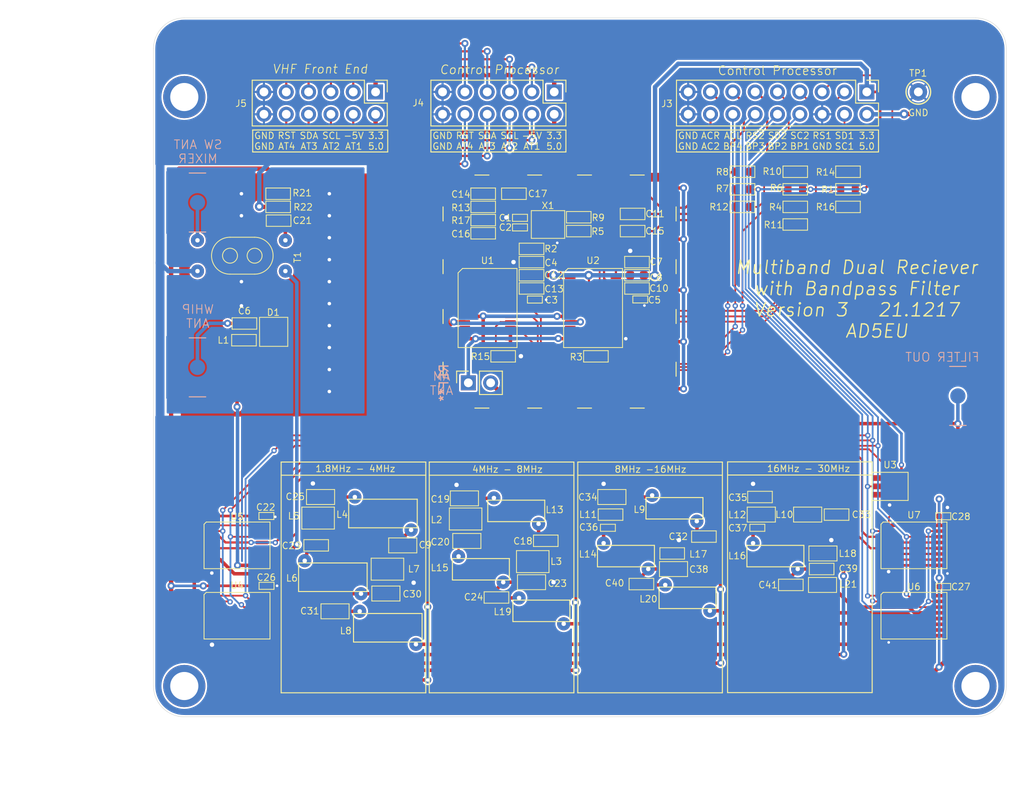
<source format=kicad_pcb>
(kicad_pcb (version 20211014) (generator pcbnew)
  (layers (0 "F.Cu" signal) (31 "B.Cu" signal) (34 "B.Paste" user) (35 "F.Paste" user) (36 "B.SilkS" user "B.Silkscreen") (37 "F.SilkS" user "F.Silkscreen") (38 "B.Mask" user) (39 "F.Mask" user) (44 "Edge.Cuts" user))
  (net 0 "")
  (net 1 "GND")
  (net 2 "+3V3")
  (net 3 "Net-(J3-Pad7)")
  (net 4 "Net-(J3-Pad5)")
  (net 5 "Net-(J4-Pad2)")
  (net 6 "+5V")
  (net 7 "Net-(J4-Pad4)")
  (net 8 "Net-(J4-Pad3)")
  (net 9 "Net-(J4-Pad1)")
  (net 10 "Net-(C14-Pad2)")
  (net 11 "Net-(R5-Pad2)")
  (net 12 "Net-(R10-Pad1)")
  (net 13 "Net-(J2-Pad1)")
  (net 14 "Net-(R11-Pad1)")
  (net 15 "Net-(C6-Pad1)")
  (net 16 "Net-(C6-Pad2)")
  (net 17 "Net-(C10-Pad2)")
  (net 18 "Net-(C11-Pad1)")
  (net 19 "Net-(C11-Pad2)")
  (net 20 "Net-(C13-Pad2)")
  (net 21 "Net-(C14-Pad1)")
  (net 22 "Net-(C15-Pad2)")
  (net 23 "Net-(C15-Pad1)")
  (net 24 "Net-(C16-Pad2)")
  (net 25 "Net-(C16-Pad1)")
  (net 26 "Net-(C17-Pad1)")
  (net 27 "Net-(C17-Pad2)")
  (net 28 "Net-(C18-Pad2)")
  (net 29 "Net-(C18-Pad1)")
  (net 30 "Net-(C19-Pad1)")
  (net 31 "Net-(C20-Pad1)")
  (net 32 "Net-(C21-Pad1)")
  (net 33 "Net-(C23-Pad1)")
  (net 34 "Net-(C24-Pad1)")
  (net 35 "Earth")
  (net 36 "Net-(J3-Pad3)")
  (net 37 "Net-(J3-Pad4)")
  (net 38 "BP1")
  (net 39 "Net-(J3-Pad9)")
  (net 40 "BP2")
  (net 41 "Net-(J3-Pad11)")
  (net 42 "BP3")
  (net 43 "BP4")
  (net 44 "Net-(J4-Pad5)")
  (net 45 "Net-(J4-Pad6)")
  (net 46 "Net-(J4-Pad7)")
  (net 47 "Net-(J4-Pad8)")
  (net 48 "Net-(J4-Pad9)")
  (net 49 "Net-(J4-Pad10)")
  (net 50 "Net-(R1-Pad2)")
  (net 51 "Net-(R2-Pad2)")
  (net 52 "Net-(R3-Pad2)")
  (net 53 "Net-(R5-Pad1)")
  (net 54 "Net-(R12-Pad1)")
  (net 55 "Net-(R8-Pad1)")
  (net 56 "Net-(R9-Pad2)")
  (net 57 "Net-(R15-Pad1)")
  (net 58 "Net-(R16-Pad1)")
  (net 59 "AM")
  (net 60 "Net-(U1-Pad11)")
  (net 61 "Net-(U1-Pad10)")
  (net 62 "FM-SW")
  (net 63 "Net-(U1-Pad7)")
  (net 64 "Net-(U1-Pad6)")
  (net 65 "Net-(U1-Pad5)")
  (net 66 "Net-(U1-Pad4)")
  (net 67 "Net-(U1-Pad3)")
  (net 68 "Net-(U1-Pad2)")
  (net 69 "Net-(U1-Pad1)")
  (net 70 "Net-(U2-Pad1)")
  (net 71 "Net-(U2-Pad2)")
  (net 72 "Net-(U2-Pad3)")
  (net 73 "Net-(U2-Pad4)")
  (net 74 "Net-(U2-Pad5)")
  (net 75 "Net-(U2-Pad6)")
  (net 76 "Net-(U2-Pad7)")
  (net 77 "Net-(U2-Pad10)")
  (net 78 "Net-(U2-Pad11)")
  (net 79 "Net-(T1-Pad4)")
  (net 80 "Net-(U5-Pad4)")
  (net 81 "Net-(U5-Pad12)")
  (net 82 "Net-(U5-Pad10)")
  (net 83 "Net-(U5-Pad11)")
  (net 84 "Net-(U5-Pad13)")
  (net 85 "Net-(U5-Pad3)")
  (net 86 "Net-(C9-Pad1)")
  (net 87 "Net-(C9-Pad2)")
  (net 88 "Net-(C25-Pad1)")
  (net 89 "Net-(C29-Pad1)")
  (net 90 "Net-(C30-Pad1)")
  (net 91 "Net-(C31-Pad1)")
  (net 92 "Net-(L8-Pad2)")
  (net 93 "Net-(C32-Pad1)")
  (net 94 "Net-(C32-Pad2)")
  (net 95 "Net-(C33-Pad2)")
  (net 96 "Net-(C33-Pad1)")
  (net 97 "Net-(C34-Pad1)")
  (net 98 "Net-(C35-Pad1)")
  (net 99 "Net-(C36-Pad1)")
  (net 100 "Net-(C37-Pad1)")
  (net 101 "Net-(C38-Pad1)")
  (net 102 "Net-(C39-Pad1)")
  (net 103 "Net-(C40-Pad1)")
  (net 104 "Net-(C41-Pad1)")
  (net 105 "Net-(L19-Pad2)")
  (net 106 "Net-(L20-Pad2)")
  (net 107 "Net-(L21-Pad2)")
  (net 108 "~{BP3}")
  (footprint "MountingHole:MountingHole_3.2mm_M3_DIN965_Pad" (layer "F.Cu") (at 53.5 126)
    (fp_text reference "REF**" hide)
    (fp_text value "MountingHole_3.2mm_M3_DIN965_Pad" hide)
  )
  (footprint "Connector_PinHeader_2.54mm:PinHeader_2x09_P2.54mm_Vertical" (layer "F.Cu") (at 131.14 58.42 -90)
    (fp_text reference "J3")
    (fp_text value "Conn_02x09_Odd_Even" hide)
  )
  (footprint "Connector_PinHeader_2.54mm:PinHeader_2x06_P2.54mm_Vertical" (layer "F.Cu") (at 95.58 58.42 -90)
    (fp_text reference "J4")
    (fp_text value "Conn_02x06_Odd_Even" hide)
  )
  (footprint "MountingHole:MountingHole_3.2mm_M3_DIN965_Pad" (layer "F.Cu") (at 53.5 59)
    (fp_text reference "REF**" hide)
    (fp_text value "MountingHole_3.2mm_M3_DIN965_Pad" hide)
  )
  (footprint "MountingHole:MountingHole_3.2mm_M3_DIN965_Pad" (layer "F.Cu") (at 143.5 59)
    (fp_text reference "REF**" hide)
    (fp_text value "MountingHole_3.2mm_M3_DIN965_Pad" hide)
  )
  (footprint "MountingHole:MountingHole_3.2mm_M3_DIN965_Pad" (layer "F.Cu") (at 143.5 126)
    (fp_text reference "REF**" hide)
    (fp_text value "MountingHole_3.2mm_M3_DIN965_Pad" hide)
  )
  (footprint "Connector_PinHeader_2.54mm:PinHeader_2x06_P2.54mm_Vertical" (layer "F.Cu") (at 75.26 58.42 -90)
    (fp_text reference "J5")
    (fp_text value "Conn_02x06_Odd_Even" hide)
  )
  (footprint "Capacitor_SMD:C_0402_1005Metric" (layer "F.Cu") (at 91.685 72.74)
    (fp_text reference "C1")
    (fp_text value "10nF" hide)
  )
  (footprint "Capacitor_SMD:C_0402_1005Metric" (layer "F.Cu") (at 91.685 73.83)
    (fp_text reference "C2")
    (fp_text value "1µF" hide)
  )
  (footprint "Capacitor_SMD:C_0402_1005Metric" (layer "F.Cu") (at 93.38 82.04 180)
    (fp_text reference "C3")
    (fp_text value "47nF" hide)
  )
  (footprint "Capacitor_SMD:C_0603_1608Metric" (layer "F.Cu") (at 93 77.775)
    (fp_text reference "C4")
    (fp_text value "1µF" hide)
  )
  (footprint "Capacitor_SMD:C_0402_1005Metric" (layer "F.Cu") (at 105.37 82.02 180)
    (fp_text reference "C5")
    (fp_text value "47nF" hide)
  )
  (footprint "Capacitor_SMD:C_0603_1608Metric" (layer "F.Cu") (at 105 77.775)
    (fp_text reference "C7")
    (fp_text value "1µF" hide)
  )
  (footprint "Capacitor_SMD:C_0603_1608Metric" (layer "F.Cu") (at 105 79.275)
    (fp_text reference "C8")
    (fp_text value "10µF" hide)
  )
  (footprint "Capacitor_SMD:C_0603_1608Metric" (layer "F.Cu") (at 105 80.7775 180)
    (fp_text reference "C10")
    (fp_text value "22nF" hide)
  )
  (footprint "Capacitor_SMD:C_0603_1608Metric" (layer "F.Cu") (at 104.5 72.3)
    (fp_text reference "C11")
    (fp_text value "4.7µF" hide)
  )
  (footprint "Capacitor_SMD:C_0603_1608Metric" (layer "F.Cu") (at 93 79.275)
    (fp_text reference "C12")
    (fp_text value "10µF" hide)
  )
  (footprint "Capacitor_SMD:C_0603_1608Metric" (layer "F.Cu") (at 93 80.7775 180)
    (fp_text reference "C13")
    (fp_text value "22nF" hide)
  )
  (footprint "Capacitor_SMD:C_0603_1608Metric" (layer "F.Cu") (at 87.5 70)
    (fp_text reference "C14")
    (fp_text value "4.7µF" hide)
  )
  (footprint "Capacitor_SMD:C_0603_1608Metric" (layer "F.Cu") (at 104.5 74.25)
    (fp_text reference "C15")
    (fp_text value "4.7µF" hide)
  )
  (footprint "Capacitor_SMD:C_0603_1608Metric" (layer "F.Cu") (at 87.5 74.5)
    (fp_text reference "C16")
    (fp_text value "4.7µF" hide)
  )
  (footprint "Capacitor_SMD:C_0603_1608Metric" (layer "F.Cu") (at 91 70)
    (fp_text reference "C17")
    (fp_text value "10µF" hide)
  )
  (footprint "Capacitor_SMD:C_0603_1608Metric" (layer "F.Cu") (at 64.225 73.06 180)
    (fp_text reference "C21")
    (fp_text value "0.1µF" hide)
  )
  (footprint "Capacitor_SMD:C_0402_1005Metric" (layer "F.Cu") (at 62.84 106.66 180)
    (fp_text reference "C22")
    (fp_text value "0.01µF" hide)
  )
  (footprint "Capacitor_SMD:C_0402_1005Metric" (layer "F.Cu") (at 62.86 114.6 180)
    (fp_text reference "C26")
    (fp_text value "0.01µF" hide)
  )
  (footprint "Capacitor_SMD:C_0402_1005Metric" (layer "F.Cu") (at 139.85 114.7 180)
    (fp_text reference "C27")
    (fp_text value "0.01µF" hide)
  )
  (footprint "Capacitor_SMD:C_0402_1005Metric" (layer "F.Cu") (at 139.84 106.69 180)
    (fp_text reference "C28")
    (fp_text value "0.01µF" hide)
  )
  (footprint "Package_TO_SOT_SMD:SOT-23" (layer "F.Cu") (at 63.67 85.71)
    (fp_text reference "D1")
    (fp_text value "CM1213A-01SO" hide)
  )
  (footprint "Inductor_SMD:L_0603_1608Metric" (layer "F.Cu") (at 60.29 86.66)
    (fp_text reference "L1")
    (fp_text value "180nH" hide)
  )
  (footprint "Resistor_SMD:R_0603_1608Metric" (layer "F.Cu") (at 129 69.5 180)
    (fp_text reference "R1")
    (fp_text value "4.7kΩ" hide)
  )
  (footprint "Resistor_SMD:R_0603_1608Metric" (layer "F.Cu") (at 93 76.275)
    (fp_text reference "R2")
    (fp_text value "10kΩ" hide)
  )
  (footprint "Resistor_SMD:R_0603_1608Metric" (layer "F.Cu") (at 100.325 88.5)
    (fp_text reference "R3")
    (fp_text value "10kΩ" hide)
  )
  (footprint "Resistor_SMD:R_0603_1608Metric" (layer "F.Cu") (at 123 71.5 180)
    (fp_text reference "R4")
    (fp_text value "4.7kΩ" hide)
  )
  (footprint "Resistor_SMD:R_0603_1608Metric" (layer "F.Cu") (at 98.375 74.25 180)
    (fp_text reference "R5")
    (fp_text value "2.0kΩ" hide)
  )
  (footprint "Resistor_SMD:R_0603_1608Metric" (layer "F.Cu") (at 123 69.5 180)
    (fp_text reference "R6")
    (fp_text value "4.7kΩ" hide)
  )
  (footprint "Resistor_SMD:R_0603_1608Metric" (layer "F.Cu") (at 117 69.5 180)
    (fp_text reference "R7")
    (fp_text value "4.7kΩ" hide)
  )
  (footprint "Resistor_SMD:R_0603_1608Metric" (layer "F.Cu") (at 117 67.5)
    (fp_text reference "R8")
    (fp_text value "2.0kΩ" hide)
  )
  (footprint "Resistor_SMD:R_0603_1608Metric" (layer "F.Cu") (at 98.375 72.675)
    (fp_text reference "R9")
    (fp_text value "2.0kΩ" hide)
  )
  (footprint "Resistor_SMD:R_0603_1608Metric" (layer "F.Cu") (at 123 67.5)
    (fp_text reference "R10")
    (fp_text value "2.0kΩ" hide)
  )
  (footprint "Resistor_SMD:R_0603_1608Metric" (layer "F.Cu") (at 123 73.5)
    (fp_text reference "R11")
    (fp_text value "2.0kΩ" hide)
  )
  (footprint "Resistor_SMD:R_0603_1608Metric" (layer "F.Cu") (at 117 71.5)
    (fp_text reference "R12")
    (fp_text value "2.0kΩ" hide)
  )
  (footprint "Resistor_SMD:R_0603_1608Metric" (layer "F.Cu") (at 87.5 71.5)
    (fp_text reference "R13")
    (fp_text value "100kΩ" hide)
  )
  (footprint "Resistor_SMD:R_0603_1608Metric" (layer "F.Cu") (at 129 67.5)
    (fp_text reference "R14")
    (fp_text value "2.0kΩ" hide)
  )
  (footprint "Resistor_SMD:R_0603_1608Metric" (layer "F.Cu") (at 89.77 88.5)
    (fp_text reference "R15")
    (fp_text value "2.0kΩ" hide)
  )
  (footprint "Resistor_SMD:R_0603_1608Metric" (layer "F.Cu") (at 129 71.5)
    (fp_text reference "R16")
    (fp_text value "2.0kΩ" hide)
  )
  (footprint "Resistor_SMD:R_0603_1608Metric" (layer "F.Cu") (at 87.5 73)
    (fp_text reference "R17")
    (fp_text value "100kΩ" hide)
  )
  (footprint "Resistor_SMD:R_0603_1608Metric" (layer "F.Cu") (at 64.175 70)
    (fp_text reference "R21")
    (fp_text value "2.21k 1%" hide)
  )
  (footprint "Resistor_SMD:R_0603_1608Metric" (layer "F.Cu") (at 64.175 71.5 180)
    (fp_text reference "R22")
    (fp_text value "2.21k 1%" hide)
  )
  (footprint "Package_SO:TSSOP-16_4.4x5mm_P0.65mm" (layer "F.Cu") (at 59.5 118)
    (fp_text reference "U4")
    (fp_text value "SN74CBT3253" hide)
  )
  (footprint "Package_SO:TSSOP-16_4.4x5mm_P0.65mm" (layer "F.Cu") (at 59.5 110)
    (fp_text reference "U5")
    (fp_text value "SN74CBT3253" hide)
  )
  (footprint "Package_SO:TSSOP-16_4.4x5mm_P0.65mm" (layer "F.Cu") (at 136.5 118)
    (fp_text reference "U6")
    (fp_text value "SN74CBT3253" hide)
  )
  (footprint "Package_SO:TSSOP-16_4.4x5mm_P0.65mm" (layer "F.Cu") (at 136.5 110)
    (fp_text reference "U7")
    (fp_text value "SN74CBT3253" hide)
  )
  (footprint "Oscillator:Oscillator_SMD_Abracon_ASE-4Pin_3.2x2.5mm" (layer "F.Cu") (at 94.875 73.5)
    (fp_text reference "X1")
    (fp_text value "ECS-327TXO-33-TR" hide)
  )
  (footprint "Package_TO_SOT_SMD:TSOT-23-5" (layer "F.Cu") (at 133.79 103.29)
    (fp_text reference "U3")
    (fp_text value "74LVC1G04" hide)
  )
  (footprint "Transformer_THT:BN43-2402" (layer "F.Cu") (at 55 75.3)
    (fp_text reference "T1")
    (fp_text value "BN-43-2402" hide)
  )
  (footprint "Capacitor_SMD:C_0603_1608Metric" (layer "F.Cu") (at 127.7 106.5)
    (fp_text reference "C33")
    (fp_text value "82pF" hide)
  )
  (footprint "Capacitor_SMD:C_0603_1608Metric" (layer "F.Cu") (at 118.9875 104.5 180)
    (fp_text reference "C35")
    (fp_text value "300pF" hide)
  )
  (footprint "Capacitor_SMD:C_0603_1608Metric" (layer "F.Cu") (at 126 112.69)
    (fp_text reference "C39")
    (fp_text value "300pF" hide)
  )
  (footprint "Inductor_SMD:L_0805_2012Metric" (layer "F.Cu") (at 124.41 106.5 180)
    (fp_text reference "L10")
    (fp_text value "680nH" hide)
  )
  (footprint "Inductor_SMD:L_0805_2012Metric" (layer "F.Cu") (at 119.1375 106.5 180)
    (fp_text reference "L12")
    (fp_text value "160nH" hide)
  )
  (footprint "Inductor_THT:L_Toroid_Vertical_Amidon_T25-6" (layer "F.Cu") (at 117.5 110)
    (fp_text reference "L16")
    (fp_text value "1.1µH" hide)
  )
  (footprint "Inductor_SMD:L_0805_2012Metric" (layer "F.Cu") (at 126.15 110.92)
    (fp_text reference "L18")
    (fp_text value "160nH" hide)
  )
  (footprint "Inductor_SMD:L_0805_2012Metric" (layer "F.Cu") (at 126.1 114.5)
    (fp_text reference "L21")
    (fp_text value "680nH" hide)
  )
  (footprint "Capacitor_SMD:C_0402_1005Metric" (layer "F.Cu") (at 118.685 108)
    (fp_text reference "C37")
    (fp_text value "47pF" hide)
  )
  (footprint "Capacitor_SMD:C_0603_1608Metric" (layer "F.Cu") (at 112.61 109)
    (fp_text reference "C32")
    (fp_text value "180pF" hide)
  )
  (footprint "Capacitor_SMD:C_0805_2012Metric" (layer "F.Cu") (at 102.1375 104.5 180)
    (fp_text reference "C34")
    (fp_text value "560pF" hide)
  )
  (footprint "Capacitor_SMD:C_0402_1005Metric" (layer "F.Cu") (at 101.685 108)
    (fp_text reference "C36")
    (fp_text value "100pF" hide)
  )
  (footprint "Capacitor_SMD:C_0805_2012Metric" (layer "F.Cu") (at 109.15 112.7)
    (fp_text reference "C38")
    (fp_text value "560pF" hide)
  )
  (footprint "Capacitor_SMD:C_0603_1608Metric" (layer "F.Cu") (at 105.5 114.4 180)
    (fp_text reference "C40")
    (fp_text value "180pF" hide)
  )
  (footprint "Inductor_THT:L_Toroid_Vertical_Amidon_T25-6" (layer "F.Cu") (at 112.5 107 180)
    (fp_text reference "L9")
    (fp_text value "1.1µH" hide)
  )
  (footprint "Inductor_SMD:L_0603_1608Metric" (layer "F.Cu") (at 101.9875 106.5 180)
    (fp_text reference "L11")
    (fp_text value "360nH" hide)
  )
  (footprint "Inductor_THT:L_Toroid_Vertical_Amidon_T25-6" (layer "F.Cu") (at 100.5 110)
    (fp_text reference "L14")
    (fp_text value "1.1µH" hide)
  )
  (footprint "Inductor_SMD:L_0603_1608Metric" (layer "F.Cu") (at 109 110.92)
    (fp_text reference "L17")
    (fp_text value "360nH" hide)
  )
  (footprint "Inductor_THT:L_Toroid_Vertical_Amidon_T25-6" (layer "F.Cu") (at 107.51 114.75)
    (fp_text reference "L20")
    (fp_text value "1.1µH" hide)
  )
  (footprint "Capacitor_SMD:C_0603_1608Metric" (layer "F.Cu") (at 94.62 109.48)
    (fp_text reference "C18")
    (fp_text value "360pF" hide)
  )
  (footprint "Capacitor_SMD:C_0805_2012Metric" (layer "F.Cu") (at 85.3625 104.65 180)
    (fp_text reference "C19")
    (fp_text value "1.1nF" hide)
  )
  (footprint "Capacitor_SMD:C_0805_2012Metric" (layer "F.Cu") (at 85.6375 109.5)
    (fp_text reference "C20")
    (fp_text value "200pF" hide)
  )
  (footprint "Capacitor_SMD:C_0805_2012Metric" (layer "F.Cu") (at 93 114.19)
    (fp_text reference "C23")
    (fp_text value "1.1nF" hide)
  )
  (footprint "Capacitor_SMD:C_0603_1608Metric" (layer "F.Cu") (at 89.01 115.93 180)
    (fp_text reference "C24")
    (fp_text value "360pF" hide)
  )
  (footprint "Capacitor_SMD:C_0603_1608Metric" (layer "F.Cu") (at 122.5 114.5 180)
    (fp_text reference "C41")
    (fp_text value "82pF" hide)
  )
  (footprint "Inductor_SMD:L_1008_2520Metric" (layer "F.Cu") (at 85.5 107 180)
    (fp_text reference "L2")
    (fp_text value "750nH" hide)
  )
  (footprint "Inductor_SMD:L_1008_2520Metric" (layer "F.Cu") (at 93.1375 111.85)
    (fp_text reference "L3")
    (fp_text value "750nH" hide)
  )
  (footprint "Inductor_THT:L_Toroid_Vertical_Amidon_T25-6" (layer "F.Cu") (at 94.5 107.3 180)
    (fp_text reference "L13")
    (fp_text value "2.2µH" hide)
  )
  (footprint "Inductor_THT:L_Toroid_Vertical_Amidon_T25-6" (layer "F.Cu") (at 84 111.5)
    (fp_text reference "L15")
    (fp_text value "3.9µH" hide)
  )
  (footprint "Inductor_THT:L_Toroid_Vertical_Amidon_T25-6" (layer "F.Cu") (at 90.88 116.23)
    (fp_text reference "L19")
    (fp_text value "2.2µH" hide)
  )
  (footprint "TestPoint:TestPoint_Keystone_5000-5004_Miniature" (layer "F.Cu") (at 137 58.42)
    (fp_text reference "TP1")
    (fp_text value "Gnd" hide)
  )
  (footprint "Capacitor_SMD:C_0805_2012Metric" (layer "F.Cu") (at 78.35 110)
    (fp_text reference "C9")
    (fp_text value "820pF" hide)
  )
  (footprint "Capacitor_SMD:C_0805_2012Metric" (layer "F.Cu") (at 69 104.5 180)
    (fp_text reference "C25")
    (fp_text value "2.0nF" hide)
  )
  (footprint "Capacitor_SMD:C_0603_1608Metric" (layer "F.Cu") (at 68.5 110)
    (fp_text reference "C29")
    (fp_text value "510pF" hide)
  )
  (footprint "Capacitor_SMD:C_0805_2012Metric" (layer "F.Cu") (at 76.43 115.48)
    (fp_text reference "C30")
    (fp_text value "2.0nF" hide)
  )
  (footprint "Capacitor_SMD:C_0805_2012Metric" (layer "F.Cu") (at 70.65 117.5 180)
    (fp_text reference "C31")
    (fp_text value "820pF" hide)
  )
  (footprint "Inductor_THT:L_Toroid_Vertical_Amidon_T30-2" (layer "F.Cu") (at 80 108 180)
    (fp_text reference "L4")
    (fp_text value "4.3µH" hide)
  )
  (footprint "Inductor_SMD:L_1008_2520Metric" (layer "F.Cu") (at 68.72 106.9 180)
    (fp_text reference "L5")
    (fp_text value "1.8µH" hide)
  )
  (footprint "Inductor_THT:L_Toroid_Vertical_Amidon_T30-2" (layer "F.Cu") (at 66.5 112)
    (fp_text reference "L6")
    (fp_text value "6.8µH" hide)
  )
  (footprint "Inductor_SMD:L_1008_2520Metric" (layer "F.Cu") (at 76.61 112.71)
    (fp_text reference "L7")
    (fp_text value "1.8µH" hide)
  )
  (footprint "Inductor_THT:L_Toroid_Vertical_Amidon_T30-2" (layer "F.Cu") (at 72.75 117.75)
    (fp_text reference "L8")
    (fp_text value "4.3µH" hide)
  )
  (footprint "RF_Shielding:Laird_Technologies_BMI-S-203-F_26.21x26.21mm" (layer "F.Cu") (at 96.19 81.13)
    (fp_text reference "SH1" hide)
    (fp_text value "RF_Shield_One_Piece" hide)
  )
  (footprint "Package_SO:SSOP-24_3.9x8.7mm_P0.635mm" (layer "F.Cu") (at 88 83)
    (fp_text reference "U1")
    (fp_text value "Si4735-D60-GU" hide)
  )
  (footprint "Package_SO:SSOP-24_3.9x8.7mm_P0.635mm" (layer "F.Cu") (at 100 83)
    (fp_text reference "U2")
    (fp_text value "Si4735-D60-GU" hide)
  )
  (footprint "Capacitor_SMD:C_0603_1608Metric" (layer "F.Cu") (at 60.34 84.76)
    (fp_text reference "C6")
    (fp_text value "18pF" hide)
  )
  (footprint "Connector_PinSocket_2.54mm:PinSocket_1x02_P2.54mm_Vertical" (layer "F.Cu") (at 85.81 91.51 90)
    (fp_text reference "REF**")
    (fp_text value "PinSocket_1x02_P2.54mm_Vertical" hide)
  )
  (footprint "Connector_Coaxial:SMA_Amphenol_132134-10_Vertical" (layer "B.Cu") (at 55 89.75 90)
    (fp_text reference "J1" hide)
    (fp_text value "Conn_01x01_Female" hide)
  )
  (footprint "Connector_Coaxial:SMA_Amphenol_132134-10_Vertical" (layer "B.Cu") (at 55 71 -90)
    (fp_text reference "J2" hide)
    (fp_text value "Conn_01x01_Female" hide)
  )
  (footprint "Connector_Coaxial:SMA_Amphenol_132134-10_Vertical" (layer "B.Cu") (at 141.5 93 90)
    (fp_text reference "J6" hide)
    (fp_text value "Conn_01x01_Female" hide)
  )
  (gr_line (start 132.47 62.75) (end 109.49 62.75) (layer "F.SilkS") (width 0.12))
  (gr_line (start 96.91 62.75) (end 96.91 65.25) (layer "F.SilkS") (width 0.12))
  (gr_line (start 76.64 62.75) (end 76.64 65.25) (layer "F.SilkS") (width 0.12))
  (gr_line (start 76.64 62.75) (end 61.27 62.75) (layer "F.SilkS") (width 0.12))
  (gr_line (start 61.28 65.25) (end 76.64 65.25) (layer "F.SilkS") (width 0.12))
  (gr_line (start 61.28 62.75) (end 61.28 65.25) (layer "F.SilkS") (width 0.12))
  (gr_line (start 131.75 102) (end 115.3 102) (layer "F.SilkS") (width 0.12))
  (gr_line (start 98.26 100.52) (end 98.26 126.77) (layer "F.SilkS") (width 0.12))
  (gr_line (start 98.26 126.77) (end 114.71 126.77) (layer "F.SilkS") (width 0.12))
  (gr_line (start 114.71 100.52) (end 98.26 100.52) (layer "F.SilkS") (width 0.12))
  (gr_line (start 114.71 102.02) (end 98.26 102.02) (layer "F.SilkS") (width 0.12))
  (gr_line (start 114.71 126.77) (end 114.71 100.52) (layer "F.SilkS") (width 0.12))
  (gr_line (start 81.37 126.77) (end 97.82 126.77) (layer "F.SilkS") (width 0.12))
  (gr_line (start 97.82 100.52) (end 81.37 100.52) (layer "F.SilkS") (width 0.12))
  (gr_line (start 81.37 100.52) (end 81.37 126.77) (layer "F.SilkS") (width 0.12))
  (gr_line (start 97.82 102.02) (end 81.37 102.02) (layer "F.SilkS") (width 0.12))
  (gr_line (start 97.82 126.77) (end 97.82 100.52) (layer "F.SilkS") (width 0.12))
  (gr_line (start 64.52 126.77) (end 80.97 126.77) (layer "F.SilkS") (width 0.12))
  (gr_line (start 80.97 102.02) (end 64.52 102.02) (layer "F.SilkS") (width 0.12))
  (gr_line (start 64.52 100.52) (end 64.52 126.77) (layer "F.SilkS") (width 0.12))
  (gr_line (start 80.97 100.52) (end 64.52 100.52) (layer "F.SilkS") (width 0.12))
  (gr_line (start 80.97 126.77) (end 80.97 100.52) (layer "F.SilkS") (width 0.12))
  (gr_line (start 132.47 65.25) (end 132.47 62.75) (layer "F.SilkS") (width 0.12))
  (gr_line (start 96.91 62.75) (end 81.54 62.75) (layer "F.SilkS") (width 0.12))
  (gr_line (start 109.49 62.75) (end 109.49 65.25) (layer "F.SilkS") (width 0.12))
  (gr_line (start 131.75 126.75) (end 131.75 100.5) (layer "F.SilkS") (width 0.12))
  (gr_line (start 115.3 100.5) (end 115.3 126.75) (layer "F.SilkS") (width 0.12))
  (gr_line (start 81.55 65.25) (end 96.91 65.25) (layer "F.SilkS") (width 0.12))
  (gr_line (start 131.75 100.5) (end 115.3 100.5) (layer "F.SilkS") (width 0.12))
  (gr_line (start 81.55 62.75) (end 81.55 65.25) (layer "F.SilkS") (width 0.12))
  (gr_line (start 115.3 126.75) (end 131.75 126.75) (layer "F.SilkS") (width 0.12))
  (gr_line (start 109.49 65.25) (end 132.47 65.25) (layer "F.SilkS") (width 0.12))
  (gr_arc (start 50 53.5) (mid 51.025126 51.025126) (end 53.5 50) (layer "Edge.Cuts") (width 0.05))
  (gr_arc (start 143.5 50) (mid 145.974874 51.025126) (end 147 53.5) (layer "Edge.Cuts") (width 0.05))
  (gr_arc (start 147 126) (mid 145.974874 128.474874) (end 143.5 129.5) (layer "Edge.Cuts") (width 0.05))
  (gr_line (start 50 53.5) (end 50 126) (layer "Edge.Cuts") (width 0.05))
  (gr_line (start 53.5 129.5) (end 143.5 129.5) (layer "Edge.Cuts") (width 0.05))
  (gr_line (start 53.5 50) (end 143.5 50) (layer "Edge.Cuts") (width 0.05))
  (gr_line (start 147 126) (end 147 53.5) (layer "Edge.Cuts") (width 0.05))
  (gr_arc (start 53.5 129.5) (mid 51.025126 128.474874) (end 50 126) (layer "Edge.Cuts") (width 0.05))
  (gr_text "SW ANT\nMIXER" (at 55.05 65.22) (layer "B.SilkS") (effects (font (size 1 1) (thickness 0.1)) (justify mirror)))
  (gr_text "WHIP\nANT" (at 55.04 83.96) (layer "B.SilkS") (effects (font (size 1 1) (thickness 0.1)) (justify mirror)))
  (gr_text "AM\nANT" (at 82.76 91.58) (layer "B.SilkS") (effects (font (size 1 1) (thickness 0.1)) (justify mirror)))
  (gr_text "FILTER OUT" (at 139.73 88.59) (layer "B.SilkS") (effects (font (size 1 1) (thickness 0.1)) (justify mirror)))
  (gr_text "Control Processor" (at 89.34 55.89) (layer "F.SilkS") (effects (font (size 1 1) (thickness 0.1) italic)))
  (gr_text "Control Processor" (at 120.98 56) (layer "F.SilkS") (effects (font (size 1 1) (thickness 0.1))))
  (gr_text "SCL\nAT2" (at 90.5 64) (layer "F.SilkS") (effects (font (size 0.75 0.75) (thickness 0.1))))
  (gr_text "RST\nAT4" (at 85.42 64) (layer "F.SilkS") (effects (font (size 0.75 0.75) (thickness 0.1))))
  (gr_text "-5V\nAT1" (at 93.04 64) (layer "F.SilkS") (effects (font (size 0.75 0.75) (thickness 0.1))))
  (gr_text "SDA\nAT3" (at 87.96 64) (layer "F.SilkS") (effects (font (size 0.75 0.75) (thickness 0.1))))
  (gr_text "3.3\n5.0" (at 95.58 64) (layer "F.SilkS") (effects (font (size 0.75 0.75) (thickness 0.1))))
  (gr_text "GND\nGND" (at 110.82 64) (layer "F.SilkS") (effects (font (size 0.75 0.75) (thickness 0.1))))
  (gr_text "SD1\nSC1" (at 128.6 64) (layer "F.SilkS") (effects (font (size 0.75 0.75) (thickness 0.1))))
  (gr_text "3.3\n5.0" (at 131.14 64) (layer "F.SilkS") (effects (font (size 0.75 0.75) (thickness 0.1))))
  (gr_text "SC2\nBP1" (at 123.52 64) (layer "F.SilkS") (effects (font (size 0.75 0.75) (thickness 0.1))))
  (gr_text "SD2\nBP2" (at 120.98 64) (layer "F.SilkS") (effects (font (size 0.75 0.75) (thickness 0.1))))
  (gr_text "RS2\nBP3" (at 118.44 64) (layer "F.SilkS") (effects (font (size 0.75 0.75) (thickness 0.1))))
  (gr_text "ACL\nBP4" (at 115.9 64) (layer "F.SilkS") (effects (font (size 0.75 0.75) (thickness 0.1))))
  (gr_text "ACR\nAC2" (at 113.36 64) (layer "F.SilkS") (effects (font (size 0.75 0.75) (thickness 0.1))))
  (gr_text "RS1\nGND" (at 126.06 64) (layer "F.SilkS") (effects (font (size 0.75 0.75) (thickness 0.1))))
  (gr_text "GND\nGND" (at 62.61 64) (layer "F.SilkS") (effects (font (size 0.75 0.75) (thickness 0.1))))
  (gr_text "SCL\nAT2" (at 70.23 64) (layer "F.SilkS") (effects (font (size 0.75 0.75) (thickness 0.1))))
  (gr_text "SDA\nAT3" (at 67.69 64) (layer "F.SilkS") (effects (font (size 0.75 0.75) (thickness 0.1))))
  (gr_text "3.3\n5.0" (at 75.31 64) (layer "F.SilkS") (effects (font (size 0.75 0.75) (thickness 0.1))))
  (gr_text "-5V\nAT1" (at 72.77 64) (layer "F.SilkS") (effects (font (size 0.75 0.75) (thickness 0.1))))
  (gr_text "RST\nAT4" (at 65.15 64) (layer "F.SilkS") (effects (font (size 0.75 0.75) (thickness 0.1))))
  (gr_text "VHF Front End" (at 68.96 55.82) (layer "F.SilkS") (effects (font (size 1 1) (thickness 0.1) italic)))
  (gr_text "8MHz -16MHz" (at 106.53 101.35) (layer "F.SilkS") (effects (font (size 0.75 0.75) (thickness 0.1))))
  (gr_text "4MHz - 8MHz" (at 90.26 101.35) (layer "F.SilkS") (effects (font (size 0.75 0.75) (thickness 0.1))))
  (gr_text "1.8MHz - 4MHz\n" (at 72.96 101.28) (layer "F.SilkS") (effects (font (size 0.75 0.75) (thickness 0.1))))
  (gr_text "GND" (at 137 60.79) (layer "F.SilkS") (effects (font (size 0.75 0.75) (thickness 0.1))))
  (gr_text "GND\nGND" (at 82.88 64) (layer "F.SilkS") (effects (font (size 0.75 0.75) (thickness 0.1))))
  (gr_text "16MHz - 30MHz" (at 124.51 101.27) (layer "F.SilkS") (effects (font (size 0.75 0.75) (thickness 0.1))))
  (gr_text "Multiband Dual Reciever\nwith Bandpass Filter\nVersion 3   21.1217\n    AD5EU" (at 130 82) (layer "F.SilkS") (effects (font (size 1.5 1.5) (thickness 0.15) italic)))
  (segment (start 93.9375 114.19) (end 95.5 114.19) (width 0.5) (layer "F.Cu") (net 1))
  (segment (start 133.6375 112.9725) (end 133.62 112.99) (width 0.4) (layer "F.Cu") (net 1))
  (segment (start 56.6375 120.275) (end 56.6375 121.2875) (width 0.4) (layer "F.Cu") (net 1))
  (segment (start 91.205 72.74) (end 91.205 73.83) (width 0.5) (layer "F.Cu") (net 1))
  (segment (start 140.4331 114.7) (end 140.31 114.5769) (width 0.4) (layer "F.Cu") (net 1))
  (segment (start 77.685 112.71) (end 77.685 115.1625) (width 0.5) (layer "F.Cu") (net 1))
  (segment (start 101.2 103) (end 101.2 104.5) (width 0.5) (layer "F.Cu") (net 1))
  (segment (start 126.7875 112.69) (end 127.0875 110.92) (width 0.5) (layer "F.Cu") (net 1))
  (segment (start 63.35 71.5) (end 63.45 73.06) (width 0.5) (layer "F.Cu") (net 1))
  (segment (start 118.2 106.43) (end 118.2 104.5) (width 0.5) (layer "F.Cu") (net 1))
  (segment (start 102.6 85.8575) (end 102.6 86.4925) (width 0.4) (layer "F.Cu") (net 1))
  (segment (start 84.425 104.65) (end 84.425 103.165) (width 0.5) (layer "F.Cu") (net 1))
  (segment (start 68.0625 104.5) (end 67.645 106.9) (width 0.5) (layer "F.Cu") (net 1))
  (segment (start 68.0625 106.4825) (end 67.615 106.93) (width 0.5) (layer "F.Cu") (net 1))
  (segment (start 133.6375 120.275) (end 133.6375 121.0325) (width 0.4) (layer "F.Cu") (net 1))
  (segment (start 63.42 114.6) (end 64.04999 114.6) (width 0.4) (layer "F.Cu") (net 1))
  (segment (start 104.225 76.5) (end 104.225 79.275) (width 0.5) (layer "F.Cu") (net 1))
  (segment (start 56.6375 121.2875) (end 56.65 121.3) (width 0.5) (layer "F.Cu") (net 1))
  (segment (start 109.77 109.4) (end 109.7875 109.4175) (width 0.5) (layer "F.Cu") (net 1))
  (segment (start 105.85 82.02) (end 105.85 82.70749) (width 0.25) (layer "F.Cu") (net 1))
  (segment (start 63.754332 106.66) (end 63.850114 106.755782) (width 0.4) (layer "F.Cu") (net 1))
  (segment (start 63.32 106.66) (end 63.754332 106.66) (width 0.4) (layer "F.Cu") (net 1))
  (segment (start 140.32 105.7) (end 140.31 105.69) (width 0.25) (layer "F.Cu") (net 1))
  (segment (start 90.6 88.495) (end 90.595 88.5) (width 0.4) (layer "F.Cu") (net 1))
  (segment (start 133.73 104.59) (end 133.73 105.41) (width 0.25) (layer "F.Cu") (net 1))
  (segment (start 68.13 104.4325) (end 68.13 102.96) (width 0.5) (layer "F.Cu") (net 1))
  (segment (start 132.48 104.24) (end 133.38 104.24) (width 0.25) (layer "F.Cu") (net 1))
  (segment (start 78.36 115.48) (end 79.59 114.25) (width 0.5) (layer "F.Cu") (net 1))
  (segment (start 68.0625 104.5) (end 68.13 104.4325) (width 0.5) (layer "F.Cu") (net 1))
  (segment (start 62.08 71.5) (end 62.03 71.45) (width 0.5) (layer "F.Cu") (net 1))
  (segment (start 68.0625 106.4825) (end 67.645 106.9) (width 0.5) (layer "F.Cu") (net 1))
  (segment (start 90.595 88.5) (end 91.77 88.5) (width 0.5) (layer "F.Cu") (net 1))
  (segment (start 90.6 86.4925) (end 90.6 88.495) (width 0.4) (layer "F.Cu") (net 1))
  (segment (start 77.685 115.1625) (end 77.3675 115.48) (width 0.5) (layer "F.Cu") (net 1))
  (segment (start 91.205 72.74) (end 90.175 72.74) (width 0.5) (layer "F.Cu") (net 1))
  (segment (start 84.425 103.165) (end 84.47 103.12) (width 0.5) (layer "F.Cu") (net 1))
  (segment (start 127.100002 110.907498) (end 127.100002 109.43) (width 0.5) (layer "F.Cu") (net 1))
  (segment (start 63.35 71.5) (end 62.08 71.5) (width 0.5) (layer "F.Cu") (net 1))
  (segment (start 133.6375 112.275) (end 133.6375 112.9725) (width 0.4) (layer "F.Cu") (net 1))
  (segment (start 91.77 88.5) (end 91.79 88.48) (width 0.5) (layer "F.Cu") (net 1))
  (segment (start 90.6 86.4925) (end 90.6 85.8575) (width 0.4) (layer "F.Cu") (net 1))
  (segment (start 103.7175 86.4925) (end 103.72 86.49) (width 0.4) (layer "F.Cu") (net 1))
  (segment (start 84.425 104.65) (end 84.425 107) (width 0.5) (layer "F.Cu") (net 1))
  (segment (start 102.6 86.4925) (end 103.7175 86.4925) (width 0.4) (layer "F.Cu") (net 1))
  (segment (start 105.85 82.70749) (end 105.84 82.71749) (width 0.25) (layer "F.Cu") (net 1))
  (segment (start 101.2 104.5) (end 101.2 106.5) (width 0.5) (layer "F.Cu") (net 1))
  (segment (start 133.6375 121.0325) (end 133.63 121.04) (width 0.4) (layer "F.Cu") (net 1))
  (segment (start 92.225 77.775) (end 90.95 77.775) (width 0.5) (layer "F.Cu") (net 1))
  (segment (start 118.2 104.5) (end 118.2 103) (width 0.5) (layer "F.Cu") (net 1))
  (segment (start 109.7875 110.92) (end 110.0875 112.7) (width 0.5) (layer "F.Cu") (net 1))
  (segment (start 56.6375 113.1425) (end 56.63 113.15) (width 0.4) (layer "F.Cu") (net 1))
  (segment (start 92.225 79.275) (end 92.225 77.775) (width 0.5) (layer "F.Cu") (net 1))
  (segment (start 109.7875 109.4175) (end 109.7875 110.92) (width 0.5) (layer "F.Cu") (net 1))
  (segment (start 140.31 114.5769) (end 140.31 113.200004) (width 0.4) (layer "F.Cu") (net 1))
  (segment (start 133.38 104.24) (end 133.73 104.59) (width 0.25) (layer "F.Cu") (net 1))
  (segment (start 95.925 75.59) (end 95.925 74.325) (width 0.3) (layer "F.Cu") (net 1))
  (segment (start 93.86 82.04) (end 94.64 82.04) (width 0.25) (layer "F.Cu") (net 1))
  (segment (start 77.3675 115.48) (end 78.36 115.48) (width 0.5) (layer "F.Cu") (net 1))
  (segment (start 94.64 82.04) (end 94.66 82.06) (width 0.25) (layer "F.Cu") (net 1))
  (segment (start 127.0875 110.92) (end 127.100002 110.907498) (width 0.5) (layer "F.Cu") (net 1))
  (segment (start 93.9375 114.19) (end 94.2125 111.85) (width 0.5) (layer "F.Cu") (net 1))
  (segment (start 95.925 73.93) (end 95.915 73.94) (width 0.2) (layer "F.Cu") (net 1))
  (segment (start 56.6375 112.275) (end 56.6375 113.1425) (width 0.4) (layer "F.Cu") (net 1))
  (segment (start 140.32 106.69) (end 140.32 105.7) (width 0.25) (layer "F.Cu") (net 1))
  (via (at 109.77 109.4) (size 1) (drill 0.5) (layers "F.Cu" "B.Cu") (net 1))
  (via (at 133.73 105.41) (size 0.8) (drill 0.4) (layers "F.Cu" "B.Cu") (net 1))
  (via (at 90.135 72.7) (size 1) (drill 0.5) (layers "F.Cu" "B.Cu") (net 1))
  (via (at 105.84 82.71749) (size 0.6) (drill 0.3) (layers "F.Cu" "B.Cu") (net 1))
  (via (at 103.72 86.49) (size 0.8) (drill 0.4) (layers "F.Cu" "B.Cu") (net 1))
  (via (at 118.2 103) (size 1) (drill 0.5) (layers "F.Cu" "B.Cu") (net 1))
  (via (at 63.850114 106.755782) (size 0.6) (drill 0.3) (layers "F.Cu" "B.Cu") (net 1))
  (via (at 90.95 77.775) (size 1) (drill 0.5) (layers "F.Cu" "B.Cu") (net 1))
  (via (at 133.63 121.04) (size 0.6) (drill 0.3) (layers "F.Cu" "B.Cu") (net 1))
  (via (at 84.47 103.12) (size 1) (drill 0.5) (layers "F.Cu" "B.Cu") (net 1))
  (via (at 68.13 102.96) (size 1) (drill 0.5) (layers "F.Cu" "B.Cu") (net 1))
  (via (at 104.225 76.5) (size 1) (drill 0.5) (layers "F.Cu" "B.Cu") (net 1))
  (via (at 95.925 75.59) (size 0.6) (drill 0.3) (layers "F.Cu" "B.Cu") (net 1))
  (via (at 95.5 114.19) (size 1) (drill 0.5) (layers "F.Cu" "B.Cu") (net 1))
  (via (at 133.62 112.99) (size 0.8) (drill 0.4) (layers "F.Cu" "B.Cu") (net 1))
  (via (at 56.63 113.15) (size 0.8) (drill 0.4) (layers "F.Cu" "B.Cu") (net 1))
  (via (at 56.65 121.3) (size 1) (drill 0.5) (layers "F.Cu" "B.Cu") (net 1))
  (via (at 101.2 103) (size 1) (drill 0.5) (layers "F.Cu" "B.Cu") (net 1))
  (via (at 94.66 82.06) (size 0.6) (drill 0.3) (layers "F.Cu" "B.Cu") (net 1))
  (via (at 64.04999 114.6) (size 0.6) (drill 0.3) (layers "F.Cu" "B.Cu") (net 1))
  (via (at 91.79 88.48) (size 1) (drill 0.5) (layers "F.Cu" "B.Cu") (net 1))
  (via (at 62.03 71.45) (size 1) (drill 0.5) (layers "F.Cu" "B.Cu") (net 1))
  (via (at 127.100002 109.4) (size 1) (drill 0.5) (layers "F.Cu" "B.Cu") (net 1))
  (via (at 140.31 113.200004) (size 0.6) (drill 0.3) (layers "F.Cu" "B.Cu") (net 1))
  (via (at 79.59 114.25) (size 1) (drill 0.5) (layers "F.Cu" "B.Cu") (net 1))
  (via (at 140.31 105.69) (size 0.8) (drill 0.4) (layers "F.Cu" "B.Cu") (net 1))
  (segment (start 50.74499 66.52501) (end 50.74499 77.86501) (width 1) (layer "B.Cu") (net 1))
  (segment (start 140 90.64) (end 140.04 90.6) (width 0.4) (layer "B.Cu") (net 1))
  (segment (start 62.03 71.45) (end 62.03 67.64) (width 0.5) (layer "B.Cu") (net 1))
  (segment (start 51.67998 78.8) (end 50.74499 77.86501) (width 0.5) (layer "B.Cu") (net 1))
  (segment (start 50.74499 77.86501) (end 50.74499 95.40499) (width 1) (layer "B.Cu") (net 1))
  (segment (start 62.03 67.64) (end 63.09 66.58) (width 0.5) (layer "B.Cu") (net 1))
  (segment (start 55 78.8) (end 51.67998 78.8) (width 0.5) (layer "B.Cu") (net 1))
  (segment (start 132.29 58.42) (end 132.65 58.78) (width 0.3) (layer "F.Cu") (net 2))
  (segment (start 129.825 69.5) (end 130.840002 69.5) (width 0.25) (layer "F.Cu") (net 2))
  (segment (start 123.825 71.5) (end 123.825 69.5) (width 0.25) (layer "F.Cu") (net 2))
  (segment (start 104.89 82.02) (end 105.775 80.7775) (width 0.4) (layer "F.Cu") (net 2))
  (segment (start 132.65 67.690002) (end 130.840002 69.5) (width 0.3) (layer "F.Cu") (net 2))
  (segment (start 92.8925 82.0475) (end 92.9 82.04) (width 0.4) (layer "F.Cu") (net 2))
  (segment (start 118.78 69.51) (end 117.835 69.51) (width 0.25) (layer "F.Cu") (net 2))
  (segment (start 90.6 81.4125) (end 90.6 82.0475) (width 0.4) (layer "F.Cu") (net 2))
  (segment (start 92.17 72.74) (end 93.76 72.74) (width 0.5) (layer "F.Cu") (net 2))
  (segment (start 90.6 82.0475) (end 92.8925 82.0475) (width 0.4) (layer "F.Cu") (net 2))
  (segment (start 107.05 79.275) (end 105.775 79.275) (width 0.5) (layer "F.Cu") (net 2))
  (segment (start 135.08 102.32) (end 135.1 102.34) (width 0.3) (layer "F.Cu") (net 2))
  (segment (start 123.835 69.49) (end 123.825 69.5) (width 0.25) (layer "F.Cu") (net 2))
  (segment (start 124.75 69.49) (end 123.835 69.49) (width 0.25) (layer "F.Cu") (net 2))
  (segment (start 95.5 79.275) (end 93.775 79.275) (width 0.5) (layer "F.Cu") (net 2))
  (segment (start 135.08 100.84) (end 135.08 102.32) (width 0.3) (layer "F.Cu") (net 2))
  (segment (start 93.76 72.74) (end 93.825 72.675) (width 0.5) (layer "F.Cu") (net 2))
  (segment (start 104.61 82.02) (end 104.89 82.02) (width 0.4) (layer "F.Cu") (net 2))
  (segment (start 131.14 58.42) (end 132.29 58.42) (width 0.3) (layer "F.Cu") (net 2))
  (segment (start 102.6 82.0475) (end 104.5825 82.0475) (width 0.4) (layer "F.Cu") (net 2))
  (segment (start 92.17 73.83) (end 92.17 72.74) (width 0.5) (layer "F.Cu") (net 2))
  (segment (start 105.775 79.23) (end 105.765 79.24) (width 0.5) (layer "F.Cu") (net 2))
  (segment (start 117.835 69.51) (end 117.825 69.5) (width 0.25) (layer "F.Cu") (net 2))
  (segment (start 93.775 80.7775) (end 93.775 77.775) (width 0.4) (layer "F.Cu") (net 2))
  (segment (start 105.775 80.855) (end 105.775 80.7775) (width 0.4) (layer "F.Cu") (net 2))
  (segment (start 132.65 58.78) (end 132.65 67.690002) (width 0.3) (layer "F.Cu") (net 2))
  (segment (start 99.53 79.305) (end 99.5 79.275) (width 0.25) (layer "F.Cu") (net 2))
  (segment (start 105.775 79.275) (end 105.775 80.7775) (width 0.5) (layer "F.Cu") (net 2))
  (segment (start 117.99 69.5) (end 117.825 69.5) (width 0.2) (layer "F.Cu") (net 2))
  (segment (start 92.175 76.275) (end 92.17 73.83) (width 0.5) (layer "F.Cu") (net 2))
  (segment (start 102.6 81.4125) (end 102.6 82.0475) (width 0.4) (layer "F.Cu") (net 2))
  (segment (start 99.53 88.47) (end 99.53 79.305) (width 0.25) (layer "F.Cu") (net 2))
  (segment (start 92.165 73.83) (end 92.165 72.74) (width 0.5) (layer "F.Cu") (net 2))
  (segment (start 105.775 77.775) (end 105.775 79.275) (width 0.5) (layer "F.Cu") (net 2))
  (segment (start 104.5825 82.0475) (end 104.61 82.02) (width 0.4) (layer "F.Cu") (net 2))
  (segment (start 93.7925 80.76) (end 93.775 80.7775) (width 0.5) (layer "F.Cu") (net 2))
  (segment (start 93.775 77.775) (end 92.175 76.275) (width 0.5) (layer "F.Cu") (net 2))
  (segment (start 93.755 77.72) (end 93.775 77.775) (width 0.5) (layer "F.Cu") (net 2))
  (segment (start 92.9 82.04) (end 93.775 80.7775) (width 0.4) (layer "F.Cu") (net 2))
  (via (at 130.840002 69.5) (size 0.6) (drill 0.3) (layers "F.Cu" "B.Cu") (net 2))
  (via (at 135.08 100.84) (size 0.6) (drill 0.3) (layers "F.Cu" "B.Cu") (net 2))
  (via (at 124.75 69.49) (size 0.6) (drill 0.3) (layers "F.Cu" "B.Cu") (net 2))
  (via (at 107.05 79.275) (size 1) (drill 0.5) (layers "F.Cu" "B.Cu") (net 2))
  (via (at 118.78 69.51) (size 0.6) (drill 0.3) (layers "F.Cu" "B.Cu") (net 2))
  (via (at 99.5 79.275) (size 1) (drill 0.5) (layers "F.Cu" "B.Cu") (net 2))
  (via (at 95.5 79.275) (size 1) (drill 0.5) (layers "F.Cu" "B.Cu") (net 2))
  (segment (start 130.840002 93.048544) (end 135.08 97.288542) (width 0.3) (layer "B.Cu") (net 2))
  (segment (start 130.81 69.49) (end 131.07 69.49) (width 0.2) (layer "B.Cu") (net 2))
  (segment (start 107.05 79.275) (end 107.05 57.85) (width 0.5) (layer "B.Cu") (net 2))
  (segment (start 109.68 55.22) (end 130.43 55.22) (width 0.5) (layer "B.Cu") (net 2))
  (segment (start 130.830002 69.49) (end 130.840002 69.5) (width 0.25) (layer "B.Cu") (net 2))
  (segment (start 124.75 69.49) (end 130.830002 69.49) (width 0.25) (layer "B.Cu") (net 2))
  (segment (start 118.78 69.51) (end 118.78 80.988542) (width 0.3) (layer "B.Cu") (net 2))
  (segment (start 135.08 97.288542) (end 135.08 100.84) (width 0.3) (layer "B.Cu") (net 2))
  (segment (start 131.14 55.93) (end 131.14 58.42) (width 0.5) (layer "B.Cu") (net 2))
  (segment (start 118.78 80.988542) (end 130.840002 93.048544) (width 0.3) (layer "B.Cu") (net 2))
  (segment (start 124.75 69.49) (end 118.8 69.49) (width 0.25) (layer "B.Cu") (net 2))
  (segment (start 95.5 79.275) (end 99.5 79.275) (width 0.5) (layer "B.Cu") (net 2))
  (segment (start 130.43 55.22) (end 131.14 55.93) (width 0.5) (layer "B.Cu") (net 2))
  (segment (start 107.05 57.85) (end 109.68 55.22) (width 0.5) (layer "B.Cu") (net 2))
  (segment (start 118.8 69.49) (end 118.78 69.51) (width 0.25) (layer "B.Cu") (net 2))
  (segment (start 99.5 79.275) (end 107.05 79.275) (width 0.5) (layer "B.Cu") (net 2))
  (segment (start 123.52 58.42) (end 124.8 59.7) (width 0.2) (layer "F.Cu") (net 3))
  (segment (start 124.8 59.7) (end 124.8 67.18) (width 0.2) (layer "F.Cu") (net 3))
  (segment (start 124.48 67.5) (end 123.825 67.5) (width 0.2) (layer "F.Cu") (net 3))
  (segment (start 124.8 67.18) (end 124.48 67.5) (width 0.2) (layer "F.Cu") (net 3))
  (segment (start 134.040002 70.000003) (end 134.059999 70.02) (width 0.2) (layer "F.Cu") (net 4))
  (segment (start 126.06 58.42) (end 127.95 56.53) (width 0.2) (layer "F.Cu") (net 4))
  (segment (start 132.84 56.53) (end 134.040002 57.730002) (width 0.2) (layer "F.Cu") (net 4))
  (segment (start 129.825 71.5) (end 132.579999 71.5) (width 0.2) (layer "F.Cu") (net 4))
  (segment (start 127.95 56.53) (end 132.84 56.53) (width 0.2) (layer "F.Cu") (net 4))
  (segment (start 134.040002 57.730002) (end 134.040002 70.000003) (width 0.2) (layer "F.Cu") (net 4))
  (segment (start 132.579999 71.5) (end 134.059999 70.02) (width 0.2) (layer "F.Cu") (net 4))
  (segment (start 75.59 63) (end 95.01 63) (width 0.5) (layer "F.Cu") (net 5))
  (segment (start 75.26 62.67) (end 75.59 63) (width 0.5) (layer "F.Cu") (net 5))
  (segment (start 75.26 60.96) (end 75.26 62.67) (width 0.5) (layer "F.Cu") (net 5))
  (segment (start 95.01 63) (end 95.58 62.43) (width 0.5) (layer "F.Cu") (net 5))
  (segment (start 95.58 62.43) (end 95.58 60.96) (width 0.5) (layer "F.Cu") (net 5))
  (segment (start 62.3625 107.725) (end 62.3625 106.6625) (width 0.4) (layer "F.Cu") (net 6))
  (segment (start 62.3625 115.725) (end 62.3625 114.6125) (width 0.4) (layer "F.Cu") (net 6))
  (segment (start 53.16 106.66) (end 52 105.5) (width 0.3) (layer "F.Cu") (net 6))
  (segment (start 62.375 114.6) (end 55.67 114.6) (width 0.3) (layer "F.Cu") (net 6))
  (segment (start 139.37 104.73) (end 139.37 106.675) (width 0.3) (layer "F.Cu") (net 6))
  (segment (start 135.38 60.93) (end 140.56001 60.93) (width 0.5) (layer "F.Cu") (net 6))
  (segment (start 60.33 126.98) (end 136.21 126.98) (width 0.5) (layer "F.Cu") (net 6))
  (segment (start 62.94 67.15) (end 52.91 67.15) (width 0.5) (layer "F.Cu") (net 6))
  (segment (start 62.36 106.66) (end 53.16 106.66) (width 0.3) (layer "F.Cu") (net 6))
  (segment (start 139.37 113.7) (end 139.37 114.7) (width 0.3) (layer "F.Cu") (net 6))
  (segment (start 136.21 126.98) (end 139.34 123.85) (width 0.5) (layer "F.Cu") (net 6))
  (segment (start 139.37 106.675) (end 139.355 106.69) (width 0.3) (layer "F.Cu") (net 6))
  (segment (start 63.35 67.56) (end 62.94 67.15) (width 0.5) (layer "F.Cu") (net 6))
  (segment (start 63.35 70) (end 63.35 67.56) (width 0.5) (layer "F.Cu") (net 6))
  (segment (start 140.56001 60.93) (end 145.49 65.85999) (width 0.5) (layer "F.Cu") (net 6))
  (segment (start 55.67 114.6) (end 55.66 114.61) (width 0.3) (layer "F.Cu") (net 6))
  (segment (start 139.3625 115.725) (end 139.3625 114.7075) (width 0.3) (layer "F.Cu") (net 6))
  (segment (start 139.36 123.85) (end 145.49 117.72) (width 0.5) (layer "F.Cu") (net 6))
  (segment (start 139.3625 114.7075) (end 139.37 114.7) (width 0.3) (layer "F.Cu") (net 6))
  (segment (start 139.3625 106.6925) (end 139.36 106.69) (width 0.4) (layer "F.Cu") (net 6))
  (segment (start 145.49 117.72) (end 145.49 65.85999) (width 0.5) (layer "F.Cu") (net 6))
  (segment (start 52 68.06) (end 52 118.65) (width 0.5) (layer "F.Cu") (net 6))
  (segment (start 52.91 67.15) (end 52 68.06) (width 0.5) (layer "F.Cu") (net 6))
  (segment (start 52 118.65) (end 60.33 126.98) (width 0.5) (layer "F.Cu") (net 6))
  (segment (start 139.34 123.85) (end 139.36 123.85) (width 0.5) (layer "F.Cu") (net 6))
  (segment (start 139.3625 107.725) (end 139.3625 106.6925) (width 0.4) (layer "F.Cu") (net 6))
  (via (at 52 114.6) (size 0.8) (drill 0.4) (layers "F.Cu" "B.Cu") (net 6))
  (via (at 139.37 104.73) (size 0.8) (drill 0.4) (layers "F.Cu" "B.Cu") (net 6))
  (via (at 135.38 60.93) (size 1) (drill 0.5) (layers "F.Cu" "B.Cu") (net 6))
  (via (at 55.66 114.61) (size 0.8) (drill 0.4) (layers "F.Cu" "B.Cu") (net 6))
  (via (at 139.37 113.7) (size 0.8) (drill 0.4) (layers "F.Cu" "B.Cu") (net 6))
  (via (at 139.36 123.85) (size 0.8) (drill 0.4) (layers "F.Cu" "B.Cu") (net 6))
  (segment (start 139.37 113.7) (end 139.37 123.84) (width 0.3) (layer "B.Cu") (net 6))
  (segment (start 139.37 123.84) (end 139.36 123.85) (width 0.3) (layer "B.Cu") (net 6))
  (segment (start 131.14 60.96) (end 135.35 60.96) (width 0.5) (layer "B.Cu") (net 6))
  (segment (start 135.35 60.96) (end 135.38 60.93) (width 0.5) (layer "B.Cu") (net 6))
  (segment (start 52 114.61) (end 55.66 114.61) (width 0.3) (layer "B.Cu") (net 6))
  (segment (start 139.37 104.73) (end 139.37 113.7) (width 0.3) (layer "B.Cu") (net 6))
  (segment (start 73.78 63.9) (end 93.04 63.9) (width 0.25) (layer "F.Cu") (net 7))
  (segment (start 72.72 62.84) (end 73.78 63.9) (width 0.25) (layer "F.Cu") (net 7))
  (segment (start 72.72 60.96) (end 72.72 62.84) (width 0.25) (layer "F.Cu") (net 7))
  (via (at 93.04 63.9) (size 0.8) (drill 0.4) (layers "F.Cu" "B.Cu") (net 7))
  (segment (start 93.03 63.89) (end 93.03 60.97) (width 0.25) (layer "B.Cu") (net 7))
  (segment (start 93.04 63.9) (end 93.03 63.89) (width 0.25) (layer "B.Cu") (net 7))
  (segment (start 93.03 60.97) (end 93.04 60.96) (width 0.25) (layer "B.Cu") (net 7))
  (segment (start 72.72 56.68) (end 73.8 55.6) (width 0.25) (layer "F.Cu") (net 8))
  (segment (start 93.04 55.6) (end 93.01 55.6) (width 0.25) (layer "F.Cu") (net 8))
  (segment (start 72.72 58.42) (end 72.72 56.68) (width 0.25) (layer "F.Cu") (net 8))
  (segment (start 73.8 55.6) (end 93.04 55.6) (width 0.25) (layer "F.Cu") (net 8))
  (segment (start 93.01 55.6) (end 92.9 55.49) (width 0.25) (layer "F.Cu") (net 8))
  (via (at 93.04 55.6) (size 0.8) (drill 0.4) (layers "F.Cu" "B.Cu") (net 8))
  (segment (start 93.04 55.6) (end 93.04 58.42) (width 0.25) (layer "B.Cu") (net 8))
  (segment (start 95.58 57.29) (end 95.58 58.42) (width 0.5) (layer "F.Cu") (net 9))
  (segment (start 94.79 56.5) (end 95.58 57.29) (width 0.5) (layer "F.Cu") (net 9))
  (segment (start 75.26 57.12) (end 75.88 56.5) (width 0.5) (layer "F.Cu") (net 9))
  (segment (start 75.26 58.42) (end 75.26 57.12) (width 0.5) (layer "F.Cu") (net 9))
  (segment (start 75.88 56.5) (end 94.79 56.5) (width 0.5) (layer "F.Cu") (net 9))
  (segment (start 86.775 71.5) (end 88.275 70) (width 0.25) (layer "F.Cu") (net 10))
  (segment (start 86.675 71.5) (end 86.775 71.5) (width 0.25) (layer "F.Cu") (net 10))
  (segment (start 96.34 78.39) (end 97.55 77.18) (width 0.2) (layer "F.Cu") (net 11))
  (segment (start 95.5675 82.6825) (end 96.34 81.91) (width 0.2) (layer "F.Cu") (net 11))
  (segment (start 96.34 81.91) (end 96.34 78.39) (width 0.2) (layer "F.Cu") (net 11))
  (segment (start 90.6 82.6825) (end 95.5675 82.6825) (width 0.2) (layer "F.Cu") (net 11))
  (segment (start 97.55 77.18) (end 97.55 74.25) (width 0.2) (layer "F.Cu") (net 11))
  (segment (start 112.78999 89.71001) (end 117 85.5) (width 0.2) (layer "F.Cu") (net 12))
  (segment (start 121.775 69.5) (end 116.99 74.285) (width 0.2) (layer "F.Cu") (net 12))
  (segment (start 93.709989 84.604979) (end 93.70999 87.03498) (width 0.2) (layer "F.Cu") (net 12))
  (segment (start 96.38502 89.71001) (end 112.78999 89.71001) (width 0.2) (layer "F.Cu") (net 12))
  (segment (start 116.99 74.285) (end 116.99 82.76) (width 0.2) (layer "F.Cu") (net 12))
  (segment (start 93.70999 87.03498) (end 96.38502 89.71001) (width 0.2) (layer "F.Cu") (net 12))
  (segment (start 90.6 83.9525) (end 93.05751 83.9525) (width 0.2) (layer "F.Cu") (net 12))
  (segment (start 93.05751 83.9525) (end 93.709989 84.604979) (width 0.2) (layer "F.Cu") (net 12))
  (segment (start 122.175 69.5) (end 121.775 69.5) (width 0.2) (layer "F.Cu") (net 12))
  (segment (start 122.175 67.5) (end 122.175 69.5) (width 0.2) (layer "F.Cu") (net 12))
  (via (at 117 85.5) (size 0.6) (drill 0.3) (layers "F.Cu" "B.Cu") (net 12))
  (via (at 117 82.75) (size 0.6) (drill 0.3) (layers "F.Cu" "B.Cu") (net 12))
  (segment (start 116.99 85.380002) (end 116.99 82.76) (width 0.2) (layer "B.Cu") (net 12))
  (segment (start 55 71) (end 55 75.3) (width 0.4) (layer "B.Cu") (net 13))
  (segment (start 114.663496 83.3175) (end 115.216504 83.3175) (width 0.2) (layer "F.Cu") (net 14))
  (segment (start 119.7525 83.3175) (end 122.175 80.895) (width 0.2) (layer "F.Cu") (net 14))
  (segment (start 122.175 71.5) (end 122.175 73.5) (width 0.2) (layer "F.Cu") (net 14))
  (segment (start 122.175 80.895) (end 122.175 73.5) (width 0.2) (layer "F.Cu") (net 14))
  (segment (start 102.6 83.3175) (end 119.7525 83.3175) (width 0.2) (layer "F.Cu") (net 14))
  (segment (start 115.216504 83.3175) (end 119.7525 83.3175) (width 0.2) (layer "F.Cu") (net 14))
  (segment (start 58.43 84.75) (end 58.42 84.74) (width 0.4) (layer "F.Cu") (net 15))
  (segment (start 59.5525 84.76) (end 59.5425 84.75) (width 0.4) (layer "F.Cu") (net 15))
  (segment (start 59.5425 84.75) (end 58.43 84.75) (width 0.4) (layer "F.Cu") (net 15))
  (via (at 58.42 84.74) (size 0.8) (drill 0.4) (layers "F.Cu" "B.Cu") (net 15))
  (segment (start 56.36 84.74) (end 58.42 84.74) (width 0.4) (layer "B.Cu") (net 15))
  (segment (start 55 89.75) (end 55 86.1) (width 0.4) (layer "B.Cu") (net 15))
  (segment (start 55 86.1) (end 56.36 84.74) (width 0.4) (layer "B.Cu") (net 15))
  (segment (start 61.1275 85.3925) (end 61.1275 84.76) (width 0.4) (layer "F.Cu") (net 16))
  (segment (start 59.5025 86.66) (end 59.5025 86.0275) (width 0.4) (layer "F.Cu") (net 16))
  (segment (start 59.555 112.275) (end 59.554997 112.274997) (width 0.4) (layer "F.Cu") (net 16))
  (segment (start 59.5025 86.0275) (end 59.9 85.63) (width 0.4) (layer "F.Cu") (net 16))
  (segment (start 59.9 85.63) (end 60.89 85.63) (width 0.4) (layer "F.Cu") (net 16))
  (segment (start 60.89 85.63) (end 61.1275 85.3925) (width 0.4) (layer "F.Cu") (net 16))
  (segment (start 59.5025 86.66) (end 59.5025 94.23999) (width 0.4) (layer "F.Cu") (net 16))
  (segment (start 62.3625 112.275) (end 59.555 112.275) (width 0.4) (layer "F.Cu") (net 16))
  (segment (start 61.1275 84.76) (end 62.67 84.76) (width 0.4) (layer "F.Cu") (net 16))
  (via (at 59.5025 94.23999) (size 0.8) (drill 0.4) (layers "F.Cu" "B.Cu") (net 16))
  (via (at 59.554997 112.274997) (size 0.8) (drill 0.4) (layers "F.Cu" "B.Cu") (net 16))
  (segment (start 59.5025 94.23999) (end 59.554997 94.292487) (width 0.4) (layer "B.Cu") (net 16))
  (segment (start 59.554997 94.292487) (end 59.554997 112.274997) (width 0.4) (layer "B.Cu") (net 16))
  (segment (start 102.6 80.7775) (end 104.225 80.7775) (width 0.4) (layer "F.Cu") (net 17))
  (segment (start 102.6 80.1425) (end 102.4825 80.1425) (width 0.25) (layer "F.Cu") (net 18))
  (segment (start 101.25 73.49) (end 102.44 72.3) (width 0.25) (layer "F.Cu") (net 18))
  (segment (start 102.44 72.3) (end 103.725 72.3) (width 0.25) (layer "F.Cu") (net 18))
  (segment (start 101.25 79.6425) (end 101.25 73.49) (width 0.25) (layer "F.Cu") (net 18))
  (segment (start 101.75 80.1425) (end 101.25 79.6425) (width 0.25) (layer "F.Cu") (net 18))
  (segment (start 102.6 80.1425) (end 101.75 80.1425) (width 0.25) (layer "F.Cu") (net 18))
  (segment (start 113.88 63.5) (end 114.724999 62.655001) (width 0.25) (layer "F.Cu") (net 19))
  (segment (start 114.724999 62.655001) (end 114.724999 59.784999) (width 0.25) (layer "F.Cu") (net 19))
  (segment (start 113.88 69.4) (end 113.88 63.5) (width 0.25) (layer "F.Cu") (net 19))
  (segment (start 110.98 72.3) (end 113.88 69.4) (width 0.25) (layer "F.Cu") (net 19))
  (segment (start 114.724999 59.784999) (end 113.36 58.42) (width 0.25) (layer "F.Cu") (net 19))
  (segment (start 105.275 72.3) (end 110.98 72.3) (width 0.25) (layer "F.Cu") (net 19))
  (segment (start 90.6 80.7775) (end 92.225 80.7775) (width 0.4) (layer "F.Cu") (net 20))
  (segment (start 90.6 80.1425) (end 88.9225 80.1425) (width 0.25) (layer "F.Cu") (net 21))
  (segment (start 85.14 70.6) (end 85.74 70) (width 0.25) (layer "F.Cu") (net 21))
  (segment (start 88.9225 80.1425) (end 85.14 76.36) (width 0.25) (layer "F.Cu") (net 21))
  (segment (start 85.74 70) (end 86.725 70) (width 0.25) (layer "F.Cu") (net 21))
  (segment (start 85.14 76.36) (end 85.14 70.6) (width 0.25) (layer "F.Cu") (net 21))
  (segment (start 86.675 70.05) (end 86.725 70) (width 0.25) (layer "F.Cu") (net 21))
  (segment (start 112.91 73) (end 114.42 71.49) (width 0.25) (layer "F.Cu") (net 22))
  (segment (start 117.15 59.67) (end 115.9 58.42) (width 0.25) (layer "F.Cu") (net 22))
  (segment (start 117.15 62.83) (end 117.15 59.67) (width 0.25) (layer "F.Cu") (net 22))
  (segment (start 105.275 74.25) (end 106.99 74.25) (width 0.25) (layer "F.Cu") (net 22))
  (segment (start 114.42 65.56) (end 117.15 62.83) (width 0.25) (layer "F.Cu") (net 22))
  (segment (start 106.99 74.25) (end 108.24 73) (width 0.25) (layer "F.Cu") (net 22))
  (segment (start 114.42 71.49) (end 114.42 65.56) (width 0.25) (layer "F.Cu") (net 22))
  (segment (start 108.24 73) (end 112.91 73) (width 0.25) (layer "F.Cu") (net 22))
  (segment (start 102.96 74.25) (end 102.6 74.61) (width 0.25) (layer "F.Cu") (net 23))
  (segment (start 103.725 74.25) (end 102.96 74.25) (width 0.25) (layer "F.Cu") (net 23))
  (segment (start 102.6 74.61) (end 102.6 79.5075) (width 0.25) (layer "F.Cu") (net 23))
  (segment (start 86.725 73.05) (end 86.675 73) (width 0.25) (layer "F.Cu") (net 24))
  (segment (start 88.275 74.5) (end 88.175 74.5) (width 0.25) (layer "F.Cu") (net 24))
  (segment (start 88.175 74.5) (end 86.675 73) (width 0.25) (layer "F.Cu") (net 24))
  (segment (start 86.725 76.715) (end 89.5175 79.5075) (width 0.25) (layer "F.Cu") (net 25))
  (segment (start 89.5175 79.5075) (end 90.6 79.5075) (width 0.25) (layer "F.Cu") (net 25))
  (segment (start 86.725 74.5) (end 86.725 76.715) (width 0.25) (layer "F.Cu") (net 25))
  (segment (start 88.325 71.5) (end 88.345 71.52) (width 0.25) (layer "F.Cu") (net 26))
  (segment (start 88.325 73) (end 88.325 71.5) (width 0.25) (layer "F.Cu") (net 26))
  (segment (start 88.325 71.5) (end 90.225 70) (width 0.25) (layer "F.Cu") (net 26))
  (segment (start 113.36 66.7) (end 113.36 60.96) (width 0.25) (layer "F.Cu") (net 27))
  (segment (start 106.130001 70) (end 107.730001 71.6) (width 0.25) (layer "F.Cu") (net 27))
  (segment (start 110.569999 71.520001) (end 112.6 69.49) (width 0.25) (layer "F.Cu") (net 27))
  (segment (start 107.730001 71.6) (end 110.49 71.6) (width 0.25) (layer "F.Cu") (net 27))
  (segment (start 110.49 71.6) (end 110.569999 71.520001) (width 0.25) (layer "F.Cu") (net 27))
  (segment (start 113.36 68.73) (end 113.36 66.7) (width 0.25) (layer "F.Cu") (net 27))
  (segment (start 91.775 70) (end 106.130001 70) (width 0.25) (layer "F.Cu") (net 27))
  (segment (start 112.6 69.49) (end 113.36 68.73) (width 0.25) (layer "F.Cu") (net 27))
  (segment (start 58.043939 118.373939) (end 58.645 118.975) (width 0.4) (layer "F.Cu") (net 28))
  (segment (start 95.4075 109.48) (end 97.01 109.48) (width 0.4) (layer "F.Cu") (net 28))
  (segment (start 58.645 118.975) (end 62.3625 118.975) (width 0.4) (layer "F.Cu") (net 28))
  (segment (start 97.01 109.48) (end 98 110.47) (width 0.4) (layer "F.Cu") (net 28))
  (segment (start 56.6375 118.325) (end 56.686439 118.373939) (width 0.4) (layer "F.Cu") (net 28))
  (segment (start 98 110.47) (end 98 116.5) (width 0.4) (layer "F.Cu") (net 28))
  (segment (start 69.76 124.21) (end 98.05 124.21) (width 0.4) (layer "F.Cu") (net 28))
  (segment (start 64.525 118.975) (end 69.76 124.21) (width 0.4) (layer "F.Cu") (net 28))
  (segment (start 62.3625 118.975) (end 64.525 118.975) (width 0.4) (layer "F.Cu") (net 28))
  (segment (start 56.686439 118.373939) (end 58.043939 118.373939) (width 0.4) (layer "F.Cu") (net 28))
  (via (at 98 116.5) (size 0.8) (drill 0.4) (layers "F.Cu" "B.Cu") (net 28))
  (via (at 98.05 124.21) (size 0.8) (drill 0.4) (layers "F.Cu" "B.Cu") (net 28))
  (segment (start 98 116.5) (end 98 124.16) (width 0.4) (layer "B.Cu") (net 28))
  (segment (start 98 124.16) (end 98.05 124.21) (width 0.4) (layer "B.Cu") (net 28))
  (segment (start 93.8 109.4475) (end 93.8325 109.48) (width 0.4) (layer "F.Cu") (net 29))
  (segment (start 93.8 107.55) (end 93.8 109.4475) (width 0.4) (layer "F.Cu") (net 29))
  (segment (start 88.68 104.65) (end 86.3 104.65) (width 0.4) (layer "F.Cu") (net 30))
  (segment (start 86.3 104.65) (end 86.575 107) (width 0.4) (layer "F.Cu") (net 30))
  (segment (start 86.575 107) (end 86.575 109.5) (width 0.4) (layer "F.Cu") (net 30))
  (segment (start 84.7 111.25) (end 84.7 109.5) (width 0.25) (layer "F.Cu") (net 31))
  (segment (start 65 75.3) (end 65 73) (width 0.4) (layer "F.Cu") (net 32))
  (segment (start 65 71.5) (end 65 73) (width 0.4) (layer "F.Cu") (net 32))
  (segment (start 65 70) (end 65 71.5) (width 0.4) (layer "F.Cu") (net 32))
  (segment (start 89.78 114.19) (end 88.21 115.89) (width 0.4) (layer "F.Cu") (net 33))
  (segment (start 89.78 114.19) (end 92.0625 114.19) (width 0.4) (layer "F.Cu") (net 33))
  (segment (start 92.0625 114.19) (end 92.0625 111.85) (width 0.4) (layer "F.Cu") (net 33))
  (segment (start 92.0625 114.19) (end 92.0625 114.405) (width 0.4) (layer "F.Cu") (net 33))
  (segment (start 89.8475 115.98) (end 89.7975 115.93) (width 0.4) (layer "F.Cu") (net 34))
  (segment (start 91.58 115.98) (end 89.8475 115.98) (width 0.4) (layer "F.Cu") (net 34))
  (segment (start 110.29 69.35) (end 109.01 69.35) (width 0.4) (layer "F.Cu") (net 35))
  (segment (start 109.005 86.835) (end 110.275 86.835) (width 0.4) (layer "F.Cu") (net 35))
  (segment (start 109.035 92.19) (end 109.005 92.22) (width 0.4) (layer "F.Cu") (net 35))
  (segment (start 82.995 67.995) (end 82.995 69.78) (width 0.4) (layer "F.Cu") (net 35))
  (segment (start 107.41 94.135) (end 107.345 94.07) (width 0.4) (layer "F.Cu") (net 35))
  (segment (start 82.87 86.71) (end 82.995 86.835) (width 0.4) (layer "F.Cu") (net 35))
  (segment (start 90.165 67.995) (end 84.78 67.995) (width 0.4) (layer "F.Cu") (net 35))
  (segment (start 96 94.005) (end 90.165 94.005) (width 0.4) (layer "F.Cu") (net 35))
  (segment (start 96 67.995) (end 90.165 67.995) (width 0.4) (layer "F.Cu") (net 35))
  (segment (start 109.005 69.78) (end 109.005 67.995) (width 0.4) (layer "F.Cu") (net 35))
  (segment (start 110.29 92.19) (end 109.035 92.19) (width 0.4) (layer "F.Cu") (net 35))
  (segment (start 110.29 75.17) (end 109.01 75.17) (width 0.4) (layer "F.Cu") (net 35))
  (segment (start 82.995 92.22) (end 82.995 86.835) (width 0.4) (layer "F.Cu") (net 35))
  (segment (start 109.005 92.22) (end 109.005 94.005) (width 0.4) (layer "F.Cu") (net 35))
  (segment (start 82.995 86.835) (end 82.995 85.68) (width 0.4) (layer "F.Cu") (net 35))
  (segment (start 90.355 93.515) (end 88.35 91.51) (width 0.5) (layer "F.Cu") (net 35))
  (segment (start 98.5525 84.5875) (end 98.56 84.58) (width 0.4) (layer "F.Cu") (net 35))
  (segment (start 58.02 81.73) (end 57.619998 82.130002) (width 0.4) (layer "F.Cu") (net 35))
  (segment (start 90.165 94.005) (end 84.78 94.005) (width 0.4) (layer "F.Cu") (net 35))
  (segment (start 110.275 86.835) (end 110.29 86.82) (width 0.4) (layer "F.Cu") (net 35))
  (segment (start 109.005 67.995) (end 107.22 67.995) (width 0.4) (layer "F.Cu") (net 35))
  (segment (start 110.29 80.96) (end 109.045 80.96) (width 0.4) (layer "F.Cu") (net 35))
  (segment (start 102.09 94.07) (end 102.025 94.135) (width 0.4) (layer "F.Cu") (net 35))
  (segment (start 84.0875 84.5875) (end 85.4 84.5875) (width 0.4) (layer "F.Cu") (net 35))
  (segment (start 84.78 67.995) (end 82.995 67.995) (width 0.4) (layer "F.Cu") (net 35))
  (segment (start 84.78 94.005) (end 82.995 94.005) (width 0.4) (layer "F.Cu") (net 35))
  (segment (start 82.995 94.005) (end 82.995 92.22) (width 0.4) (layer "F.Cu") (net 35))
  (segment (start 109.045 80.96) (end 109.005 81) (width 0.4) (layer "F.Cu") (net 35))
  (segment (start 97.4 84.5875) (end 98.5525 84.5875) (width 0.4) (layer "F.Cu") (net 35))
  (segment (start 101.835 67.995) (end 96 67.995) (width 0.4) (layer "F.Cu") (net 35))
  (segment (start 82.995 75.165) (end 82.995 81) (width 0.4) (layer "F.Cu") (net 35))
  (segment (start 57.619998 82.130002) (end 57.619998 88.299998) (width 0.4) (layer "F.Cu") (net 35))
  (segment (start 101.835 94.005) (end 96 94.005) (width 0.4) (layer "F.Cu") (net 35))
  (segment (start 57.619998 88.299998) (end 58.01 88.69) (width 0.4) (layer "F.Cu") (net 35))
  (segment (start 109.005 94.005) (end 107.22 94.005) (width 0.4) (layer "F.Cu") (net 35))
  (segment (start 109.01 75.17) (end 109.005 75.165) (width 0.4) (layer "F.Cu") (net 35))
  (segment (start 107.22 67.995) (end 101.835 67.995) (width 0.4) (layer "F.Cu") (net 35))
  (segment (start 90.355 94.135) (end 90.355 93.515) (width 0.5) (layer "F.Cu") (net 35))
  (segment (start 82.995 85.68) (end 84.0875 84.5875) (width 0.4) (layer "F.Cu") (net 35))
  (via (at 60 80) (size 0.8) (drill 0.4) (layers "F.Cu" "B.Cu") (net 35))
  (via (at 60 72.5) (size 0.8) (drill 0.4) (layers "F.Cu" "B.Cu") (net 35))
  (via (at 60 82.75) (size 0.8) (drill 0.4) (layers "F.Cu" "B.Cu") (net 35))
  (via (at 70 82.5) (size 0.8) (drill 0.4) (layers "F.Cu" "B.Cu") (net 35))
  (via (at 70 70) (size 0.8) (drill 0.4) (layers "F.Cu" "B.Cu") (net 35))
  (via (at 70 75) (size 0.8) (drill 0.4) (layers "F.Cu" "B.Cu") (net 35))
  (via (at 70 80) (size 0.8) (drill 0.4) (layers "F.Cu" "B.Cu") (net 35))
  (via (at 70 77.5) (size 0.8) (drill 0.4) (layers "F.Cu" "B.Cu") (net 35))
  (via (at 70 72.5) (size 0.8) (drill 0.4) (layers "F.Cu" "B.Cu") (net 35))
  (via (at 70 87.5) (size 0.8) (drill 0.4) (layers "F.Cu" "B.Cu") (net 35))
  (via (at 70 85) (size 0.8) (drill 0.4) (layers "F.Cu" "B.Cu") (net 35))
  (via (at 70 90) (size 0.8) (drill 0.4) (layers "F.Cu" "B.Cu") (net 35))
  (via (at 70 92.5) (size 0.8) (drill 0.4) (layers "F.Cu" "B.Cu") (net 35))
  (via (at 110.29 69.35) (size 0.8) (drill 0.4) (layers "F.Cu" "B.Cu") (net 35))
  (via (at 84.15 84.5875) (size 0.8) (drill 0.4) (layers "F.Cu" "B.Cu") (net 35))
  (via (at 110.29 92.19) (size 0.8) (drill 0.4) (layers "F.Cu" "B.Cu") (net 35))
  (via (at 98.56 84.58) (size 0.8) (drill 0.4) (layers "F.Cu" "B.Cu") (net 35))
  (via (at 60 70) (size 0.8) (drill 0.4) (layers "F.Cu" "B.Cu") (net 35))
  (via (at 110.29 86.82) (size 0.8) (drill 0.4) (layers "F.Cu" "B.Cu") (net 35))
  (via (at 110.29 75.17) (size 0.8) (drill 0.4) (layers "F.Cu" "B.Cu") (net 35))
  (via (at 110.29 80.96) (size 0.8) (drill 0.4) (layers "F.Cu" "B.Cu") (net 35))
  (segment (start 110.29 75.14) (end 110.29 69.35) (width 0.4) (layer "B.Cu") (net 35))
  (segment (start 110.29 80.96) (end 110.29 75.17) (width 0.4) (layer "B.Cu") (net 35))
  (segment (start 84.3025 84.74) (end 84.15 84.5875) (width 0.4) (layer "B.Cu") (net 35))
  (segment (start 98.4 84.74) (end 84.3025 84.74) (width 0.4) (layer "B.Cu") (net 35))
  (segment (start 110.29 86.82) (end 110.29 80.96) (width 0.4) (layer "B.Cu") (net 35))
  (segment (start 110.29 86.82) (end 110.29 92.19) (width 0.4) (layer "B.Cu") (net 35))
  (segment (start 98.56 84.58) (end 98.4 84.74) (width 0.4) (layer "B.Cu") (net 35))
  (segment (start 127.37 59.65) (end 127.37 65.31) (width 0.2) (layer "F.Cu") (net 36))
  (segment (start 127.37 65.31) (end 125.35 67.33) (width 0.2) (layer "F.Cu") (net 36))
  (segment (start 125.35 67.33) (end 125.35 72.9) (width 0.2) (layer "F.Cu") (net 36))
  (segment (start 124.75 73.5) (end 123.825 73.5) (width 0.2) (layer "F.Cu") (net 36))
  (segment (start 125.35 72.9) (end 124.75 73.5) (width 0.2) (layer "F.Cu") (net 36))
  (segment (start 128.6 58.42) (end 127.37 59.65) (width 0.2) (layer "F.Cu") (net 36))
  (segment (start 128.6 62.72) (end 129.825 63.945) (width 0.2) (layer "F.Cu") (net 37))
  (segment (start 129.825 63.945) (end 129.825 67.5) (width 0.2) (layer "F.Cu") (net 37))
  (segment (start 128.6 60.96) (end 128.6 62.72) (width 0.2) (layer "F.Cu") (net 37))
  (segment (start 62.3625 109.025) (end 58.75 109.025) (width 0.2) (layer "F.Cu") (net 38))
  (segment (start 139.3375 109.05) (end 139.3625 109.025) (width 0.2) (layer "F.Cu") (net 38))
  (segment (start 137.154999 117.025) (end 135.65 115.520001) (width 0.2) (layer "F.Cu") (net 38))
  (segment (start 139.3625 109.025) (end 135.654959 109.025) (width 0.2) (layer "F.Cu") (net 38))
  (segment (start 58.75 106) (end 66.08 98.67) (width 0.2) (layer "F.Cu") (net 38))
  (segment (start 60.275 117.025) (end 60 116.75) (width 0.2) (layer "F.Cu") (net 38))
  (segment (start 135.654959 109.025) (end 135.65 109.029959) (width 0.2) (layer "F.Cu") (net 38))
  (segment (start 62.3625 117.025) (end 60.275 117.025) (width 0.2) (layer "F.Cu") (net 38))
  (segment (start 139.3625 117.025) (end 137.154999 117.025) (width 0.2) (layer "F.Cu") (net 38))
  (segment (start 66.08 98.67) (end 132.41 98.67) (width 0.2) (layer "F.Cu") (net 38))
  (via (at 58.75 109.025) (size 0.6) (drill 0.3) (layers "F.Cu" "B.Cu") (net 38))
  (via (at 132.41 98.67) (size 0.6) (drill 0.3) (layers "F.Cu" "B.Cu") (net 38))
  (via (at 135.65 109.029959) (size 0.6) (drill 0.3) (layers "F.Cu" "B.Cu") (net 38))
  (via (at 58.75 106) (size 0.6) (drill 0.3) (layers "F.Cu" "B.Cu") (net 38))
  (via (at 60 116.75) (size 0.6) (drill 0.3) (layers "F.Cu" "B.Cu") (net 38))
  (via (at 135.65 115.520001) (size 0.6) (drill 0.3) (layers "F.Cu" "B.Cu") (net 38))
  (segment (start 135.65 109.454223) (end 135.65 115.520001) (width 0.2) (layer "B.Cu") (net 38))
  (segment (start 123.52 60.96) (end 117.7 66.78) (width 0.2) (layer "B.Cu") (net 38))
  (segment (start 132.41 105.789959) (end 132.41 99.094264) (width 0.2) (layer "B.Cu") (net 38))
  (segment (start 132.41 99.094264) (end 132.41 98.67) (width 0.2) (layer "B.Cu") (net 38))
  (segment (start 58.75 109.025) (end 58.75 115.652494) (width 0.2) (layer "B.Cu") (net 38))
  (segment (start 132.41 95.42) (end 132.41 98.67) (width 0.2) (layer "B.Cu") (net 38))
  (segment (start 58.75 115.652494) (end 59.9 116.802494) (width 0.2) (layer "B.Cu") (net 38))
  (segment (start 117.7 66.78) (end 117.7 80.71) (width 0.2) (layer "B.Cu") (net 38))
  (segment (start 135.65 109.029959) (end 135.65 109.454223) (width 0.2) (layer "B.Cu") (net 38))
  (segment (start 58.75 109.025) (end 58.75 106) (width 0.2) (layer "B.Cu") (net 38))
  (segment (start 135.65 109.029959) (end 132.41 105.789959) (width 0.2) (layer "B.Cu") (net 38))
  (segment (start 117.7 80.71) (end 132.41 95.42) (width 0.2) (layer "B.Cu") (net 38))
  (segment (start 120.98 58.42) (end 122.25 59.69) (width 0.2) (layer "F.Cu") (net 39))
  (segment (start 119.46 70.83) (end 118.79 71.5) (width 0.2) (layer "F.Cu") (net 39))
  (segment (start 118.79 71.5) (end 117.825 71.5) (width 0.2) (layer "F.Cu") (net 39))
  (segment (start 119.46 68.17) (end 119.46 70.83) (width 0.2) (layer "F.Cu") (net 39))
  (segment (start 122.25 65.38) (end 119.46 68.17) (width 0.2) (layer "F.Cu") (net 39))
  (segment (start 122.25 59.69) (end 122.25 65.38) (width 0.2) (layer "F.Cu") (net 39))
  (segment (start 131.810031 108.375) (end 131.809998 108.375033) (width 0.2) (layer "F.Cu") (net 40))
  (segment (start 57.875 106.00999) (end 65.824991 98.059999) (width 0.2) (layer "F.Cu") (net 40))
  (segment (start 133.6375 116.375) (end 131.928715 116.375) (width 0.2) (layer "F.Cu") (net 40))
  (segment (start 131.928715 116.375) (end 131.878705 116.32499) (width 0.2) (layer "F.Cu") (net 40))
  (segment (start 65.824991 98.059999) (end 131.800001 98.059999) (width 0.2) (layer "F.Cu") (net 40))
  (segment (start 56.6375 116.375) (end 58.658502 116.375) (width 0.2) (layer "F.Cu") (net 40))
  (segment (start 133.6375 108.375) (end 131.810031 108.375) (width 0.2) (layer "F.Cu") (net 40))
  (segment (start 58.658502 116.375) (end 58.712015 116.428513) (width 0.2) (layer "F.Cu") (net 40))
  (segment (start 56.6375 108.375) (end 57.875 108.375) (width 0.2) (layer "F.Cu") (net 40))
  (via (at 57.875 108.375) (size 0.6) (drill 0.3) (layers "F.Cu" "B.Cu") (net 40))
  (via (at 131.8 108.375033) (size 0.6) (drill 0.3) (layers "F.Cu" "B.Cu") (net 40))
  (via (at 131.8 116.32499) (size 0.6) (drill 0.3) (layers "F.Cu" "B.Cu") (net 40))
  (via (at 58.712015 116.428513) (size 0.6) (drill 0.3) (layers "F.Cu" "B.Cu") (net 40))
  (via (at 131.800001 98.059999) (size 0.6) (drill 0.3) (layers "F.Cu" "B.Cu") (net 40))
  (via (at 57.875 106.00999) (size 0.6) (drill 0.3) (layers "F.Cu" "B.Cu") (net 40))
  (segment (start 131.8 116.32499) (end 131.88 116.32499) (width 0.2) (layer "B.Cu") (net 40))
  (segment (start 57.875 115.591498) (end 58.712015 116.428513) (width 0.2) (layer "B.Cu") (net 40))
  (segment (start 131.800001 108.365036) (end 131.809998 108.375033) (width 0.2) (layer "B.Cu") (net 40))
  (segment (start 57.875 106.00999) (end 57.875 108.375) (width 0.2) (layer "B.Cu") (net 40))
  (segment (start 57.875 106.00999) (end 57.875 115.591498) (width 0.2) (layer "B.Cu") (net 40))
  (segment (start 131.800001 95.304991) (end 131.800001 98.059999) (width 0.2) (layer "B.Cu") (net 40))
  (segment (start 120.98 60.96) (end 117.34999 64.59001) (width 0.2) (layer "B.Cu") (net 40))
  (segment (start 131.8 108.375033) (end 131.8 116.32499) (width 0.2) (layer "B.Cu") (net 40))
  (segment (start 132.27 108.375028) (end 132.269995 108.375033) (width 0.2) (layer "B.Cu") (net 40))
  (segment (start 117.34999 80.85498) (end 131.800001 95.304991) (width 0.2) (layer "B.Cu") (net 40))
  (segment (start 132.269995 108.375033) (end 131.8 108.375033) (width 0.2) (layer "B.Cu") (net 40))
  (segment (start 131.800001 98.059999) (end 131.800001 108.365036) (width 0.2) (layer "B.Cu") (net 40))
  (segment (start 117.34999 64.59001) (end 117.34999 80.85498) (width 0.2) (layer "B.Cu") (net 40))
  (segment (start 119.804999 59.634999) (end 118.59 58.42) (width 0.25) (layer "F.Cu") (net 41))
  (segment (start 118.52 67.5) (end 119.804999 66.215001) (width 0.25) (layer "F.Cu") (net 41))
  (segment (start 119.804999 66.215001) (end 119.804999 59.634999) (width 0.25) (layer "F.Cu") (net 41))
  (segment (start 117.825 67.5) (end 118.52 67.5) (width 0.25) (layer "F.Cu") (net 41))
  (segment (start 118.59 58.42) (end 118.44 58.42) (width 0.25) (layer "F.Cu") (net 41))
  (segment (start 131.22999 103.29) (end 131.21999 103.3) (width 0.2) (layer "F.Cu") (net 42))
  (segment (start 131.255 115.725) (end 131.23 115.75) (width 0.2) (layer "F.Cu") (net 42))
  (segment (start 62.3625 116.375) (end 61.125 116.375) (width 0.2) (layer "F.Cu") (net 42))
  (segment (start 61.125 116.375) (end 60.475 115.725) (width 0.2) (layer "F.Cu") (net 42))
  (segment (start 65.446532 97.485636) (end 131.249991 97.485636) (width 0.2) (layer "F.Cu") (net 42))
  (segment (start 133.6375 115.725) (end 131.255 115.725) (width 0.2) (layer "F.Cu") (net 42))
  (segment (start 132.48 103.29) (end 131.22999 103.29) (width 0.2) (layer "F.Cu") (net 42))
  (segment (start 60.475 115.725) (end 56.6375 115.725) (width 0.2) (layer "F.Cu") (net 42))
  (segment (start 63.711085 99.221083) (end 65.446532 97.485636) (width 0.2) (layer "F.Cu") (net 42))
  (via (at 131.23 115.75) (size 0.6) (drill 0.3) (layers "F.Cu" "B.Cu") (net 42))
  (via (at 131.21999 103.3) (size 0.6) (drill 0.3) (layers "F.Cu" "B.Cu") (net 42))
  (via (at 63.711085 99.221083) (size 0.6) (drill 0.3) (layers "F.Cu" "B.Cu") (net 42))
  (via (at 60.47 115.72) (size 0.6) (drill 0.3) (layers "F.Cu" "B.Cu") (net 42))
  (via (at 131.249991 97.485636) (size 0.6) (drill 0.3) (layers "F.Cu" "B.Cu") (net 42))
  (segment (start 131.21999 97.515637) (end 131.249991 97.485636) (width 0.2) (layer "B.Cu") (net 42))
  (segment (start 63.711085 99.221083) (end 60.47 102.462168) (width 0.2) (layer "B.Cu") (net 42))
  (segment (start 118.44 60.96) (end 116.99998 62.40002) (width 0.2) (layer "B.Cu") (net 42))
  (segment (start 131.249991 95.249971) (end 131.249991 97.485636) (width 0.2) (layer "B.Cu") (net 42))
  (segment (start 131.21999 103.3) (end 131.21999 115.73999) (width 0.2) (layer "B.Cu") (net 42))
  (segment (start 131.339998 103.29) (end 131.329998 103.3) (width 0.2) (layer "B.Cu") (net 42))
  (segment (start 131.21999 115.73999) (end 131.23 115.75) (width 0.2) (layer "B.Cu") (net 42))
  (segment (start 60.47 102.462168) (end 60.47 115.72) (width 0.2) (layer "B.Cu") (net 42))
  (segment (start 131.329998 103.3) (end 131.21999 103.3) (width 0.2) (layer "B.Cu") (net 42))
  (segment (start 116.99998 80.99996) (end 131.249991 95.249971) (width 0.2) (layer "B.Cu") (net 42))
  (segment (start 131.21999 103.3) (end 131.21999 97.515637) (width 0.2) (layer "B.Cu") (net 42))
  (segment (start 116.99998 62.40002) (end 116.99998 80.99996) (width 0.2) (layer "B.Cu") (net 42))
  (segment (start 139.3625 116.375) (end 138.155 116.375) (width 0.2) (layer "F.Cu") (net 43))
  (segment (start 139.3625 108.375) (end 138.145006 108.375) (width 0.2) (layer "F.Cu") (net 43))
  (via (at 138.155 116.375) (size 0.6) (drill 0.3) (layers "F.Cu" "B.Cu") (net 43))
  (via (at 138.145006 108.375) (size 0.6) (drill 0.3) (layers "F.Cu" "B.Cu") (net 43))
  (segment (start 137.01 117.52) (end 138.155 116.375) (width 0.2) (layer "B.Cu") (net 43))
  (segment (start 131.83 117.52) (end 137.01 117.52) (width 0.2) (layer "B.Cu") (net 43))
  (segment (start 138.155 108.384994) (end 138.145006 108.375) (width 0.2) (layer "B.Cu") (net 43))
  (segment (start 130.62 116.31) (end 131.83 117.52) (width 0.2) (layer "B.Cu") (net 43))
  (segment (start 130.62 95.11497) (end 130.62 116.31) (width 0.2) (layer "B.Cu") (net 43))
  (segment (start 115.9 60.96) (end 115.9 80.39497) (width 0.2) (layer "B.Cu") (net 43))
  (segment (start 138.155 116.375) (end 138.155 108.384994) (width 0.2) (layer "B.Cu") (net 43))
  (segment (start 115.9 80.39497) (end 130.62 95.11497) (width 0.2) (layer "B.Cu") (net 43))
  (segment (start 70.18 58.42) (end 70.18 56.64) (width 0.25) (layer "F.Cu") (net 44))
  (segment (start 72.12 54.7) (end 90.5 54.7) (width 0.25) (layer "F.Cu") (net 44))
  (segment (start 70.18 56.64) (end 72.12 54.7) (width 0.25) (layer "F.Cu") (net 44))
  (via (at 90.5 54.7) (size 0.8) (drill 0.4) (layers "F.Cu" "B.Cu") (net 44))
  (segment (start 90.5 54.75) (end 90.5 58.42) (width 0.25) (layer "B.Cu") (net 44))
  (segment (start 70.18 60.96) (end 70.18 62.82) (width 0.25) (layer "F.Cu") (net 45))
  (segment (start 70.18 62.82) (end 72.16 64.8) (width 0.25) (layer "F.Cu") (net 45))
  (segment (start 72.16 64.8) (end 90.5 64.8) (width 0.25) (layer "F.Cu") (net 45))
  (via (at 90.5 64.8) (size 0.8) (drill 0.4) (layers "F.Cu" "B.Cu") (net 45))
  (segment (start 90.5 64.8) (end 90.5 60.96) (width 0.25) (layer "B.Cu") (net 45))
  (segment (start 87.96 53.8) (end 87.96 53.79) (width 0.25) (layer "F.Cu") (net 46))
  (segment (start 70.47 53.8) (end 87.96 53.8) (width 0.25) (layer "F.Cu") (net 46))
  (segment (start 67.64 58.42) (end 67.64 56.63) (width 0.25) (layer "F.Cu") (net 46))
  (segment (start 67.64 56.63) (end 70.47 53.8) (width 0.25) (layer "F.Cu") (net 46))
  (via (at 87.96 53.8) (size 0.8) (drill 0.4) (layers "F.Cu" "B.Cu") (net 46))
  (segment (start 87.96 53.8) (end 87.96 58.42) (width 0.25) (layer "B.Cu") (net 46))
  (segment (start 67.64 60.96) (end 67.64 62.84) (width 0.25) (layer "F.Cu") (net 47))
  (segment (start 67.64 62.84) (end 70.5 65.7) (width 0.25) (layer "F.Cu") (net 47))
  (segment (start 70.5 65.7) (end 87.96 65.7) (width 0.25) (layer "F.Cu") (net 47))
  (via (at 87.96 65.7) (size 0.8) (drill 0.4) (layers "F.Cu" "B.Cu") (net 47))
  (segment (start 87.96 65.7) (end 87.96 60.96) (width 0.25) (layer "B.Cu") (net 47))
  (segment (start 65.1 58.42) (end 65.1 56.67) (width 0.25) (layer "F.Cu") (net 48))
  (segment (start 65.1 56.67) (end 68.87 52.9) (width 0.25) (layer "F.Cu") (net 48))
  (segment (start 68.87 52.9) (end 85.42 52.9) (width 0.25) (layer "F.Cu") (net 48))
  (via (at 85.42 52.9) (size 0.8) (drill 0.4) (layers "F.Cu" "B.Cu") (net 48))
  (segment (start 85.42 52.9) (end 85.42 58.42) (width 0.25) (layer "B.Cu") (net 48))
  (segment (start 68.87 66.6) (end 85.42 66.6) (width 0.25) (layer "F.Cu") (net 49))
  (segment (start 65.1 62.83) (end 68.87 66.6) (width 0.25) (layer "F.Cu") (net 49))
  (segment (start 65.1 60.96) (end 65.1 62.83) (width 0.25) (layer "F.Cu") (net 49))
  (via (at 85.42 66.6) (size 0.8) (drill 0.4) (layers "F.Cu" "B.Cu") (net 49))
  (segment (start 85.42 66.6) (end 85.42 60.96) (width 0.25) (layer "B.Cu") (net 49))
  (segment (start 127.28 69.5) (end 126.74 70.04) (width 0.2) (layer "F.Cu") (net 50))
  (segment (start 119.61249 83.9525) (end 107.1175 83.9525) (width 0.2) (layer "F.Cu") (net 50))
  (segment (start 128.175 69.5) (end 127.28 69.5) (width 0.2) (layer "F.Cu") (net 50))
  (segment (start 128.175 67.5) (end 128.175 69.5) (width 0.2) (layer "F.Cu") (net 50))
  (segment (start 126.74 76.82499) (end 119.61249 83.9525) (width 0.2) (layer "F.Cu") (net 50))
  (segment (start 107.1175 83.9525) (end 102.6 83.9525) (width 0.2) (layer "F.Cu") (net 50))
  (segment (start 126.74 70.04) (end 126.74 76.82499) (width 0.2) (layer "F.Cu") (net 50))
  (segment (start 93.825 74.325) (end 93.825 76.275) (width 0.2) (layer "F.Cu") (net 51))
  (segment (start 101.15 88.5) (end 101.15 85.05) (width 0.25) (layer "F.Cu") (net 52))
  (segment (start 101.6125 84.5875) (end 102.6 84.5875) (width 0.25) (layer "F.Cu") (net 52))
  (segment (start 101.15 85.05) (end 101.6125 84.5875) (width 0.25) (layer "F.Cu") (net 52))
  (segment (start 95.925 72.675) (end 97.55 72.675) (width 0.2) (layer "F.Cu") (net 53))
  (segment (start 97.55 72.675) (end 99.2 74.25) (width 0.2) (layer "F.Cu") (net 53))
  (segment (start 94.06 84.15) (end 94.06 86.89) (width 0.2) (layer "F.Cu") (net 54))
  (segment (start 111.915011 89.359999) (end 116.175 85.10001) (width 0.2) (layer "F.Cu") (net 54))
  (segment (start 116.175 71.5) (end 116.175 82.705373) (width 0.2) (layer "F.Cu") (net 54))
  (segment (start 93.2275 83.3175) (end 94.06 84.15) (width 0.2) (layer "F.Cu") (net 54))
  (segment (start 96.529999 89.359999) (end 111.915011 89.359999) (width 0.2) (layer "F.Cu") (net 54))
  (segment (start 116.175 69.5) (end 116.175 71.5) (width 0.2) (layer "F.Cu") (net 54))
  (segment (start 90.6 83.3175) (end 93.2275 83.3175) (width 0.2) (layer "F.Cu") (net 54))
  (segment (start 94.06 86.89) (end 96.529999 89.359999) (width 0.2) (layer "F.Cu") (net 54))
  (via (at 116.175 85.10001) (size 0.6) (drill 0.3) (layers "F.Cu" "B.Cu") (net 54))
  (via (at 116.175 82.75) (size 0.6) (drill 0.3) (layers "F.Cu" "B.Cu") (net 54))
  (segment (start 116.175 82.75) (end 116.175 85.10001) (width 0.2) (layer "B.Cu") (net 54))
  (segment (start 115.325 67.95) (end 115.325 82.745) (width 0.2) (layer "F.Cu") (net 55))
  (segment (start 115.775 67.5) (end 115.325 67.95) (width 0.2) (layer "F.Cu") (net 55))
  (segment (start 113.217811 90.060021) (end 115.313916 87.963916) (width 0.2) (layer "F.Cu") (net 55))
  (segment (start 116.175 67.5) (end 115.775 67.5) (width 0.2) (layer "F.Cu") (net 55))
  (segment (start 96.237521 90.060021) (end 113.217811 90.060021) (width 0.2) (layer "F.Cu") (net 55))
  (segment (start 91.4 85.2225) (end 96.237521 90.060021) (width 0.2) (layer "F.Cu") (net 55))
  (segment (start 90.6 85.2225) (end 91.4 85.2225) (width 0.2) (layer "F.Cu") (net 55))
  (via (at 115.325 82.75) (size 0.6) (drill 0.3) (layers "F.Cu" "B.Cu") (net 55))
  (via (at 115.313916 87.963916) (size 0.6) (drill 0.3) (layers "F.Cu" "B.Cu") (net 55))
  (segment (start 115.325 82.75) (end 115.325 87.952832) (width 0.2) (layer "B.Cu") (net 55))
  (segment (start 115.325 87.952832) (end 115.313916 87.963916) (width 0.2) (layer "B.Cu") (net 55))
  (segment (start 101.7225 82.6825) (end 100.75 81.71) (width 0.2) (layer "F.Cu") (net 56))
  (segment (start 99.995 72.675) (end 99.2 72.675) (width 0.2) (layer "F.Cu") (net 56))
  (segment (start 100.75 81.71) (end 100.75 73.43) (width 0.2) (layer "F.Cu") (net 56))
  (segment (start 100.75 73.43) (end 99.995 72.675) (width 0.2) (layer "F.Cu") (net 56))
  (segment (start 102.6 82.6825) (end 101.7225 82.6825) (width 0.2) (layer "F.Cu") (net 56))
  (segment (start 89.4525 84.5875) (end 88.945 85.095) (width 0.2) (layer "F.Cu") (net 57))
  (segment (start 88.945 85.095) (end 88.945 88.5) (width 0.2) (layer "F.Cu") (net 57))
  (segment (start 90.6 84.5875) (end 89.4525 84.5875) (width 0.2) (layer "F.Cu") (net 57))
  (segment (start 119.50998 84.55) (end 128.175 75.88498) (width 0.2) (layer "F.Cu") (net 58))
  (segment (start 128.175 75.88498) (end 128.175 71.975) (width 0.2) (layer "F.Cu") (net 58))
  (segment (start 102.6 85.2225) (end 106.367522 85.2225) (width 0.2) (layer "F.Cu") (net 58))
  (segment (start 107.040022 84.55) (end 119.50998 84.55) (width 0.2) (layer "F.Cu") (net 58))
  (segment (start 106.367522 85.2225) (end 107.040022 84.55) (width 0.2) (layer "F.Cu") (net 58))
  (segment (start 128.175 71.975) (end 128.175 71.5) (width 0.2) (layer "F.Cu") (net 58))
  (segment (start 97.2825 86.4925) (end 97.28 86.49) (width 0.4) (layer "F.Cu") (net 59))
  (segment (start 97.28 86.49) (end 96.06 86.49) (width 0.4) (layer "F.Cu") (net 59))
  (segment (start 97.4 86.4925) (end 97.2825 86.4925) (width 0.4) (layer "F.Cu") (net 59))
  (segment (start 96.06 86.49) (end 96.04 86.47) (width 0.4) (layer "F.Cu") (net 59))
  (segment (start 85.4 86.4925) (end 86.6275 86.4925) (width 0.4) (layer "F.Cu") (net 59))
  (via (at 86.6275 86.4925) (size 0.8) (drill 0.4) (layers "F.Cu" "B.Cu") (net 59))
  (via (at 96.04 86.47) (size 0.8) (drill 0.4) (layers "F.Cu" "B.Cu") (net 59))
  (segment (start 86.6275 86.4925) (end 85.81 87.31) (width 0.4) (layer "B.Cu") (net 59))
  (segment (start 96.04 86.47) (end 86.65 86.47) (width 0.4) (layer "B.Cu") (net 59))
  (segment (start 85.81 87.31) (end 85.81 91.51) (width 0.4) (layer "B.Cu") (net 59))
  (segment (start 86.65 86.47) (end 86.6275 86.4925) (width 0.4) (layer "B.Cu") (net 59))
  (segment (start 105.08 95.37) (end 105.08 92.95) (width 0.4) (layer "F.Cu") (net 62))
  (segment (start 139.3625 112.275) (end 140.975 112.275) (width 0.4) (layer "F.Cu") (net 62))
  (segment (start 93.78 91.36) (end 92.06 89.64) (width 0.4) (layer "F.Cu") (net 62))
  (segment (start 105.859994 96.149994) (end 105.08 95.37) (width 0.4) (layer "F.Cu") (net 62))
  (segment (start 88.23 89.64) (end 87.5 88.91) (width 0.4) (layer "F.Cu") (net 62))
  (segment (start 135.305 120.275) (end 134.655 119.625) (width 0.4) (layer "F.Cu") (net 62))
  (segment (start 139.3625 120.275) (end 140.605 120.275) (width 0.4) (layer "F.Cu") (net 62))
  (segment (start 95.9125 83.9525) (end 95.9 83.94) (width 0.4) (layer "F.Cu") (net 62))
  (segment (start 141.4 119.48) (end 141.4 112.7) (width 0.4) (layer "F.Cu") (net 62))
  (segment (start 105.08 92.95) (end 103.49 91.36) (width 0.4) (layer "F.Cu") (net 62))
  (segment (start 85.4 83.9525) (end 87.4575 83.9525) (width 0.4) (layer "F.Cu") (net 62))
  (segment (start 140.975 112.275) (end 141.5 111.75) (width 0.4) (layer "F.Cu") (net 62))
  (segment (start 141.5 111.75) (end 141.5 96.149994) (width 0.4) (layer "F.Cu") (net 62))
  (segment (start 133.6375 111.625) (end 134.545 111.625) (width 0.3) (layer "F.Cu") (net 62))
  (segment (start 140.605 120.275) (end 141.4 119.48) (width 0.4) (layer "F.Cu") (net 62))
  (segment (start 87.5 88.91) (end 87.5 83.91) (width 0.4) (layer "F.Cu") (net 62))
  (segment (start 134.655 119.625) (end 133.6375 119.625) (width 0.4) (layer "F.Cu") (net 62))
  (segment (start 139.3625 120.275) (end 135.305 120.275) (width 0.4) (layer "F.Cu") (net 62))
  (segment (start 92.06 89.64) (end 88.23 89.64) (width 0.4) (layer "F.Cu") (net 62))
  (segment (start 141.5 96.149994) (end 105.859994 96.149994) (width 0.4) (layer "F.Cu") (net 62))
  (segment (start 103.49 91.36) (end 93.78 91.36) (width 0.4) (layer "F.Cu") (net 62))
  (segment (start 134.545 111.625) (end 135.195 112.275) (width 0.3) (layer "F.Cu") (net 62))
  (segment (start 87.4575 83.9525) (end 87.5 83.91) (width 0.4) (layer "F.Cu") (net 62))
  (segment (start 141.4 112.7) (end 140.975 112.275) (width 0.4) (layer "F.Cu") (net 62))
  (segment (start 135.195 112.275) (end 139.3625 112.275) (width 0.3) (layer "F.Cu") (net 62))
  (segment (start 97.4 83.9525) (end 95.9125 83.9525) (width 0.4) (layer "F.Cu") (net 62))
  (via (at 95.9 83.94) (size 0.8) (drill 0.4) (layers "F.Cu" "B.Cu") (net 62))
  (via (at 141.5 96.149994) (size 0.8) (drill 0.4) (layers "F.Cu" "B.Cu") (net 62))
  (via (at 87.5 83.91) (size 0.8) (drill 0.4) (layers "F.Cu" "B.Cu") (net 62))
  (segment (start 141.5 93) (end 141.5 96.149994) (width 0.4) (layer "B.Cu") (net 62))
  (segment (start 87.53 83.94) (end 87.5 83.91) (width 0.4) (layer "B.Cu") (net 62))
  (segment (start 95.9 83.94) (end 87.53 83.94) (width 0.4) (layer "B.Cu") (net 62))
  (segment (start 58.245 120.275) (end 62.3625 120.275) (width 0.4) (layer "F.Cu") (net 79))
  (segment (start 55.235 119.625) (end 56.6375 119.625) (width 0.4) (layer "F.Cu") (net 79))
  (segment (start 62.96 113.23) (end 66.3 109.89) (width 0.4) (layer "F.Cu") (net 79))
  (segment (start 56.6375 111.625) (end 57.585 111.625) (width 0.4) (layer "F.Cu") (net 79))
  (segment (start 57.595 119.625) (end 58.245 120.275) (width 0.4) (layer "F.Cu") (net 79))
  (segment (start 59.19 113.23) (end 62.96 113.23) (width 0.4) (layer "F.Cu") (net 79))
  (segment (start 54.64 119.03) (end 55.235 119.625) (width 0.4) (layer "F.Cu") (net 79))
  (segment (start 56.6375 111.625) (end 55.425 111.625) (width 0.4) (layer "F.Cu") (net 79))
  (segment (start 54.64 112.41) (end 54.64 119.03) (width 0.4) (layer "F.Cu") (net 79))
  (segment (start 56.6375 119.625) (end 57.595 119.625) (width 0.4) (layer "F.Cu") (net 79))
  (segment (start 55.425 111.625) (end 54.64 112.41) (width 0.4) (layer "F.Cu") (net 79))
  (segment (start 57.585 111.625) (end 59.19 113.23) (width 0.4) (layer "F.Cu") (net 79))
  (via (at 66.3 109.89) (size 0.8) (drill 0.4) (layers "F.Cu" "B.Cu") (net 79))
  (segment (start 66.3 80.1) (end 66.3 109.89) (width 0.4) (layer "B.Cu") (net 79))
  (segment (start 65 78.8) (end 66.3 80.1) (width 0.4) (layer "B.Cu") (net 79))
  (segment (start 135.295 110.975) (end 134.645 110.325) (width 0.25) (layer "F.Cu") (net 81))
  (segment (start 139.3625 110.975) (end 135.295 110.975) (width 0.25) (layer "F.Cu") (net 81))
  (segment (start 66.37 108.47) (end 66.37 102.8) (width 0.25) (layer "F.Cu") (net 81))
  (segment (start 56.6375 110.325) (end 62.3625 110.325) (width 0.25) (layer "F.Cu") (net 81))
  (segment (start 62.3625 110.325) (end 64.515 110.325) (width 0.25) (layer "F.Cu") (net 81))
  (segment (start 134.645 109.675) (end 133.6375 109.675) (width 0.25) (layer "F.Cu") (net 81))
  (segment (start 130.144978 108.904978) (end 131.565 110.325) (width 0.25) (layer "F.Cu") (net 81))
  (segment (start 135.295 110.325) (end 134.645 109.675) (width 0.25) (layer "F.Cu") (net 81))
  (segment (start 130.144978 100.654978) (end 130.144978 108.904978) (width 0.25) (layer "F.Cu") (net 81))
  (segment (start 135.265 111.625) (end 134.615 110.975) (width 0.25) (layer "F.Cu") (net 81))
  (segment (start 139.3625 110.325) (end 135.295 110.325) (width 0.25) (layer "F.Cu") (net 81))
  (segment (start 129.49 100) (end 130.144978 100.654978) (width 0.25) (layer "F.Cu") (net 81))
  (segment (start 69.17 100) (end 129.49 100) (width 0.25) (layer "F.Cu") (net 81))
  (segment (start 139.3625 110.325) (end 139.3625 110.975) (width 0.25) (layer "F.Cu") (net 81))
  (segment (start 56.6375 110.975) (end 56.6375 110.325) (width 0.25) (layer "F.Cu") (net 81))
  (segment (start 139.3625 111.625) (end 135.265 111.625) (width 0.25) (layer "F.Cu") (net 81))
  (segment (start 133.6375 110.325) (end 133.6375 110.975) (width 0.25) (layer "F.Cu") (net 81))
  (segment (start 134.615 110.975) (end 133.6375 110.975) (width 0.25) (layer "F.Cu") (net 81))
  (segment (start 64.515 110.325) (end 66.37 108.47) (width 0.25) (layer "F.Cu") (net 81))
  (segment (start 66.37 102.8) (end 69.17 100) (width 0.25) (layer "F.Cu") (net 81))
  (segment (start 131.565 110.325) (end 133.6375 110.325) (width 0.25) (layer "F.Cu") (net 81))
  (segment (start 139.3625 110.975) (end 139.3625 111.625) (width 0.25) (layer "F.Cu") (net 81))
  (segment (start 134.645 110.325) (end 133.6375 110.325) (width 0.25) (layer "F.Cu") (net 81))
  (segment (start 133.6375 109.675) (end 133.6375 110.325) (width 0.25) (layer "F.Cu") (net 81))
  (segment (start 68.614998 99.5) (end 129.81 99.5) (width 0.25) (layer "F.Cu") (net 85))
  (segment (start 64.9 103.214998) (end 68.614998 99.5) (width 0.25) (layer "F.Cu") (net 85))
  (segment (start 63.850045 109.689502) (end 64.9 108.639547) (width 0.25) (layer "F.Cu") (net 85))
  (segment (start 58.19 109.67) (end 61.1 109.67) (width 0.25) (layer "F.Cu") (net 85))
  (segment (start 57.545 109.025) (end 58.19 109.67) (width 0.25) (layer "F.Cu") (net 85))
  (segment (start 129.81 99.5) (end 130.594989 100.284989) (width 0.25) (layer "F.Cu") (net 85))
  (segment (start 56.6375 109.025) (end 57.545 109.025) (width 0.25) (layer "F.Cu") (net 85))
  (segment (start 131.215 109.025) (end 133.6375 109.025) (width 0.25) (layer "F.Cu") (net 85))
  (segment (start 135.285 109.675) (end 134.635 109.025) (width 0.25) (layer "F.Cu") (net 85))
  (segment (start 139.3625 109.675) (end 135.285 109.675) (width 0.25) (layer "F.Cu") (net 85))
  (segment (start 134.635 109.025) (end 133.6375 109.025) (width 0.25) (layer "F.Cu") (net 85))
  (segment (start 64.9 108.639547) (end 64.9 103.214998) (width 0.25) (layer "F.Cu") (net 85))
  (segment (start 130.594989 100.284989) (end 130.594989 108.404989) (width 0.25) (layer "F.Cu") (net 85))
  (segment (start 130.594989 108.404989) (end 131.215 109.025) (width 0.25) (layer "F.Cu") (net 85))
  (via (at 61.1 109.67) (size 0.6) (drill 0.3) (layers "F.Cu" "B.Cu") (net 85))
  (via (at 63.850045 109.689502) (size 0.6) (drill 0.3) (layers "F.Cu" "B.Cu") (net 85))
  (segment (start 61.1 109.67) (end 63.830543 109.67) (width 0.25) (layer "B.Cu") (net 85))
  (segment (start 63.830543 109.67) (end 63.850045 109.689502) (width 0.25) (layer "B.Cu") (net 85))
  (segment (start 79.2875 108.2625) (end 77.4125 110) (width 0.4) (layer "F.Cu") (net 86))
  (segment (start 79.3 108.25) (end 79.2875 108.2625) (width 0.4) (layer "F.Cu") (net 86))
  (segment (start 62.3625 119.625) (end 64.155 119.625) (width 0.4) (layer "F.Cu") (net 87))
  (segment (start 69.84 125.31) (end 81.200002 125.31) (width 0.4) (layer "F.Cu") (net 87))
  (segment (start 79.2875 110) (end 80.37 110) (width 0.4) (layer "F.Cu") (net 87))
  (segment (start 64.155 119.625) (end 69.84 125.31) (width 0.4) (layer "F.Cu") (net 87))
  (segment (start 58.445 119.625) (end 62.3625 119.625) (width 0.4) (layer "F.Cu") (net 87))
  (segment (start 57.8 118.98) (end 58.445 119.625) (width 0.4) (layer "F.Cu") (net 87))
  (segment (start 56.6375 118.975) (end 56.6425 118.98) (width 0.4) (layer "F.Cu") (net 87))
  (segment (start 80.37 110) (end 81.2 110.83) (width 0.4) (layer "F.Cu") (net 87))
  (segment (start 81.2 110.83) (end 81.2 117) (width 0.4) (layer "F.Cu") (net 87))
  (segment (start 56.6425 118.98) (end 57.8 118.98) (width 0.4) (layer "F.Cu") (net 87))
  (via (at 81.200002 125.31) (size 0.8) (drill 0.4) (layers "F.Cu" "B.Cu") (net 87))
  (via (at 81.2 117) (size 0.8) (drill 0.4) (layers "F.Cu" "B.Cu") (net 87))
  (segment (start 81.200002 124.744315) (end 81.200002 125.31) (width 0.4) (layer "B.Cu") (net 87))
  (segment (start 81.250001 117.060001) (end 81.200002 117.11) (width 0.4) (layer "B.Cu") (net 87))
  (segment (start 81.200002 117.11) (end 81.200002 124.744315) (width 0.4) (layer "B.Cu") (net 87))
  (segment (start 72.9 104.5) (end 69.9375 104.5) (width 0.4) (layer "F.Cu") (net 88))
  (segment (start 69.795 106.9) (end 69.2875 110) (width 0.4) (layer "F.Cu") (net 88))
  (segment (start 69.9375 104.5) (end 69.795 106.9) (width 0.4) (layer "F.Cu") (net 88))
  (segment (start 67.7125 110) (end 67.2 111.75) (width 0.4) (layer "F.Cu") (net 89))
  (segment (start 71.7125 115.5) (end 73.6 115.5) (width 0.4) (layer "F.Cu") (net 90))
  (segment (start 75.4725 115.5) (end 75.4925 115.48) (width 0.4) (layer "F.Cu") (net 90))
  (segment (start 69.7125 117.5) (end 71.7125 115.5) (width 0.4) (layer "F.Cu") (net 90))
  (segment (start 75.535 112.71) (end 75.535 115.4375) (width 0.4) (layer "F.Cu") (net 90))
  (segment (start 75.535 115.4375) (end 75.4925 115.48) (width 0.4) (layer "F.Cu") (net 90))
  (segment (start 73.6 115.5) (end 75.4725 115.5) (width 0.4) (layer "F.Cu") (net 90))
  (segment (start 73.4 117.5) (end 71.5875 117.5) (width 0.4) (layer "F.Cu") (net 91))
  (segment (start 135.327399 118.975) (end 135.977422 119.625023) (width 0.4) (layer "F.Cu") (net 92))
  (segment (start 135.977422 119.625023) (end 139.362477 119.625023) (width 0.4) (layer "F.Cu") (net 92))
  (segment (start 133.6375 118.975) (end 132.175 118.975) (width 0.4) (layer "F.Cu") (net 92))
  (segment (start 132.175 118.975) (end 129.9 121.25) (width 0.4) (layer "F.Cu") (net 92))
  (segment (start 133.6375 118.975) (end 135.327399 118.975) (width 0.4) (layer "F.Cu") (net 92))
  (segment (start 129.9 121.25) (end 110.974002 121.25) (width 0.4) (layer "F.Cu") (net 92))
  (segment (start 110.974002 121.25) (end 79.85 121.25) (width 0.4) (layer "F.Cu") (net 92))
  (segment (start 139.362477 119.625023) (end 139.3625 119.625) (width 0.4) (layer "F.Cu") (net 92))
  (segment (start 111.8225 109) (end 111.8225 107.2725) (width 0.4) (layer "F.Cu") (net 93))
  (segment (start 111.8225 107.2725) (end 111.8 107.25) (width 0.4) (layer "F.Cu") (net 93))
  (segment (start 58.845 118.325) (end 62.3625 118.325) (width 0.4) (layer "F.Cu") (net 94))
  (segment (start 62.3625 118.325) (end 65.035 118.325) (width 0.4) (layer "F.Cu") (net 94))
  (segment (start 65.035 118.325) (end 70.11 123.4) (width 0.4) (layer "F.Cu") (net 94))
  (segment (start 114.01 109) (end 114.5 109.49) (width 0.4) (layer "F.Cu") (net 94))
  (segment (start 58.195 117.675) (end 58.845 118.325) (width 0.4) (layer "F.Cu") (net 94))
  (segment (start 113.3975 109) (end 114.01 109) (width 0.4) (layer "F.Cu") (net 94))
  (segment (start 114.489998 123.4) (end 114.519998 123.37) (width 0.4) (layer "F.Cu") (net 94))
  (segment (start 56.6375 117.675) (end 58.195 117.675) (width 0.4) (layer "F.Cu") (net 94))
  (segment (start 114.5 109.49) (end 114.5 115) (width 0.4) (layer "F.Cu") (net 94))
  (segment (start 70.11 123.4) (end 114.489998 123.4) (width 0.4) (layer "F.Cu") (net 94))
  (via (at 114.519998 123.37) (size 0.8) (drill 0.4) (layers "F.Cu" "B.Cu") (net 94))
  (via (at 114.5 115) (size 0.8) (drill 0.4) (layers "F.Cu" "B.Cu") (net 94))
  (segment (start 114.5 115) (end 114.5 123.350002) (width 0.4) (layer "B.Cu") (net 94))
  (segment (start 114.5 123.350002) (end 114.519998 123.37) (width 0.4) (layer "B.Cu") (net 94))
  (segment (start 114.5 115.290002) (end 114.540002 115.25) (width 0.4) (layer "B.Cu") (net 94))
  (segment (start 65.565 117.675) (end 70.31 122.42) (width 0.4) (layer "F.Cu") (net 95))
  (segment (start 56.687489 117.074989) (end 58.443532 117.074989) (width 0.4) (layer "F.Cu") (net 95))
  (segment (start 62.3625 117.675) (end 65.565 117.675) (width 0.4) (layer "F.Cu") (net 95))
  (segment (start 70.31 122.42) (end 128.490002 122.42) (width 0.4) (layer "F.Cu") (net 95))
  (segment (start 58.443532 117.074989) (end 59.043543 117.675) (width 0.4) (layer "F.Cu") (net 95))
  (segment (start 128.4875 106.5) (end 128.4875 113.5) (width 0.4) (layer "F.Cu") (net 95))
  (segment (start 59.043543 117.675) (end 62.3625 117.675) (width 0.4) (layer "F.Cu") (net 95))
  (segment (start 56.6375 117.025) (end 56.687489 117.074989) (width 0.4) (layer "F.Cu") (net 95))
  (segment (start 128.490002 122.42) (end 128.520002 122.39) (width 0.4) (layer "F.Cu") (net 95))
  (via (at 128.520002 122.39) (size 0.8) (drill 0.4) (layers "F.Cu" "B.Cu") (net 95))
  (via (at 128.4875 113.5) (size 0.8) (drill 0.4) (layers "F.Cu" "B.Cu") (net 95))
  (segment (start 128.4875 113.5) (end 128.4875 122.357498) (width 0.4) (layer "B.Cu") (net 95))
  (segment (start 128.4875 122.357498) (end 128.520002 122.39) (width 0.4) (layer "B.Cu") (net 95))
  (segment (start 126.9125 106.5) (end 125.3475 106.5) (width 0.4) (layer "F.Cu") (net 96))
  (segment (start 103.075 104.5) (end 102.775 106.5) (width 0.4) (layer "F.Cu") (net 97))
  (segment (start 106.53 104.5) (end 103.075 104.5) (width 0.4) (layer "F.Cu") (net 97))
  (segment (start 102.17 108) (end 102.775 106.5) (width 0.4) (layer "F.Cu") (net 97))
  (segment (start 106.72 104.31) (end 106.53 104.5) (width 0.4) (layer "F.Cu") (net 97))
  (segment (start 120.075 106.5) (end 119.17 108) (width 0.4) (layer "F.Cu") (net 98))
  (segment (start 119.775 104.5) (end 120.075 106.5) (width 0.4) (layer "F.Cu") (net 98))
  (segment (start 123.4725 106.5) (end 120.075 106.5) (width 0.4) (layer "F.Cu") (net 98))
  (segment (start 101.2 109.75) (end 101.2 108) (width 0.4) (layer "F.Cu") (net 99))
  (segment (start 118.2 109.75) (end 118.2 108) (width 0.4) (layer "F.Cu") (net 100))
  (segment (start 106.28 112.73) (end 104.7125 114.4) (width 0.4) (layer "F.Cu") (net 101))
  (segment (start 106.4425 112.69) (end 106.28 112.69) (width 0.4) (layer "F.Cu") (net 101))
  (segment (start 108.2025 112.69) (end 108.2125 112.7) (width 0.4) (layer "F.Cu") (net 101))
  (segment (start 106.28 112.69) (end 108.2025 112.69) (width 0.4) (layer "F.Cu") (net 101))
  (segment (start 106.28 112.69) (end 106.28 112.73) (width 0.4) (layer "F.Cu") (net 101))
  (segment (start 108.2125 110.92) (end 108.2125 112.7) (width 0.4) (layer "F.Cu") (net 101))
  (segment (start 123.28 112.69) (end 121.7125 114.51) (width 0.4) (layer "F.Cu") (net 102))
  (segment (start 125.2125 110.92) (end 125.2125 112.69) (width 0.4) (layer "F.Cu") (net 102))
  (segment (start 123.78 112.69) (end 125.2125 112.69) (width 0.4) (layer "F.Cu") (net 102))
  (segment (start 106.3875 114.5) (end 106.2875 114.4) (width 0.4) (layer "F.Cu") (net 103))
  (segment (start 108.21 114.5) (end 106.3875 114.5) (width 0.4) (layer "F.Cu") (net 103))
  (segment (start 123.2875 114.5) (end 125.1625 114.5) (width 0.4) (layer "F.Cu") (net 104))
  (segment (start 135.525943 118.325) (end 136.225954 119.025012) (width 0.4) (layer "F.Cu") (net 105))
  (segment (start 138.574988 119.025012) (end 138.625 118.975) (width 0.4) (layer "F.Cu") (net 105))
  (segment (start 133.6375 118.325) (end 135.525943 118.325) (width 0.4) (layer "F.Cu") (net 105))
  (segment (start 131.18 118.92) (end 131.769976 118.330024) (width 0.4) (layer "F.Cu") (net 105))
  (segment (start 133.632476 118.330024) (end 133.6375 118.325) (width 0.4) (layer "F.Cu") (net 105))
  (segment (start 96.66 118.92) (end 131.18 118.92) (width 0.4) (layer "F.Cu") (net 105))
  (segment (start 138.625 118.975) (end 139.3625 118.975) (width 0.4) (layer "F.Cu") (net 105))
  (segment (start 131.769976 118.330024) (end 133.632476 118.330024) (width 0.4) (layer "F.Cu") (net 105))
  (segment (start 136.225954 119.025012) (end 138.574988 119.025012) (width 0.4) (layer "F.Cu") (net 105))
  (segment (start 132.9 117.675) (end 133.6375 117.675) (width 0.4) (layer "F.Cu") (net 106))
  (segment (start 135.724485 117.675) (end 136.374485 118.325) (width 0.4) (layer "F.Cu") (net 106))
  (segment (start 131.600467 117.675014) (end 131.655466 117.730013) (width 0.4) (layer "F.Cu") (net 106))
  (segment (start 114.35066 117.44) (end 114.585674 117.675014) (width 0.4) (layer "F.Cu") (net 106))
  (segment (start 131.655466 117.730013) (end 132.844987 117.730013) (width 0.4) (layer "F.Cu") (net 106))
  (segment (start 113.29 117.44) (end 114.35066 117.44) (width 0.4) (layer "F.Cu") (net 106))
  (segment (start 132.844987 117.730013) (end 132.9 117.675) (width 0.4) (layer "F.Cu") (net 106))
  (segment (start 114.585674 117.675014) (end 131.600467 117.675014) (width 0.4) (layer "F.Cu") (net 106))
  (segment (start 133.6375 117.675) (end 135.724485 117.675) (width 0.4) (layer "F.Cu") (net 106))
  (segment (start 136.374485 118.325) (end 137.743555 118.325) (width 0.4) (layer "F.Cu") (net 106))
  (segment (start 137.743555 118.325) (end 139.3625 118.325) (width 0.4) (layer "F.Cu") (net 106))
  (segment (start 127.0375 114.5) (end 129.5625 117.025) (width 0.4) (layer "F.Cu") (net 107))
  (segment (start 129.5625 117.025) (end 132.681004 117.025) (width 0.4) (layer "F.Cu") (net 107))
  (segment (start 137.545012 117.675) (end 139.3625 117.675) (width 0.4) (layer "F.Cu") (net 107))
  (segment (start 135.923028 117.025) (end 136.573028 117.675) (width 0.4) (layer "F.Cu") (net 107))
  (segment (start 132.681004 117.025) (end 133.6375 117.025) (width 0.4) (layer "F.Cu") (net 107))
  (segment (start 133.6375 117.025) (end 135.923028 117.025) (width 0.4) (layer "F.Cu") (net 107))
  (segment (start 136.573028 117.675) (end 137.545012 117.675) (width 0.4) (layer "F.Cu") (net 107))
  (segment (start 64.450115 107.544875) (end 64.450115 102.834875) (width 0.2) (layer "F.Cu") (net 108))
  (segment (start 64.450115 102.834875) (end 68.214989 99.070001) (width 0.2) (layer "F.Cu") (net 108))
  (segment (start 63.61999 108.375) (end 64.450115 107.544875) (width 0.2) (layer "F.Cu") (net 108))
  (segment (start 60.725 107.725) (end 56.6375 107.725) (width 0.2) (layer "F.Cu") (net 108))
  (segment (start 133.79 102.93) (end 135.1 104.24) (width 0.2) (layer "F.Cu") (net 108))
  (segment (start 63.61999 108.375) (end 63.118898 108.375) (width 0.2) (layer "F.Cu") (net 108))
  (segment (start 133.6375 106.8125) (end 135.1 105.35) (width 0.2) (layer "F.Cu") (net 108))
  (segment (start 135.1 105.35) (end 135.1 104.24) (width 0.2) (layer "F.Cu") (net 108))
  (segment (start 62.3625 108.375) (end 61.375 108.375) (width 0.2) (layer "F.Cu") (net 108))
  (segment (start 133.6375 107.725) (end 133.6375 106.8125) (width 0.2) (layer "F.Cu") (net 108))
  (segment (start 133.79 101.46) (end 133.79 102.93) (width 0.2) (layer "F.Cu") (net 108))
  (segment (start 62.3625 108.375) (end 63.61999 108.375) (width 0.2) (layer "F.Cu") (net 108))
  (segment (start 68.214989 99.070001) (end 131.400001 99.070001) (width 0.2) (layer "F.Cu") (net 108))
  (segment (start 131.400001 99.070001) (end 133.79 101.46) (width 0.2) (layer "F.Cu") (net 108))
  (segment (start 61.375 108.375) (end 60.725 107.725) (width 0.2) (layer "F.Cu") (net 108))
  (zone (net 35) (net_name "Earth") (layer "F.Cu") (connect_pads (clearance 0.2)) (min_thickness 0.2) (fill yes (thermal_gap 0.208) (thermal_bridge_width 0.508))
    (polygon (pts (xy 83.605 67.715) (xy 83.755 95.285) (xy 53.1 95.36) (xy 52.81 67.66)))
  )
  (zone (net 1) (net_name "GND") (layer "B.Cu") (connect_pads (clearance 0.2)) (min_thickness 0.2) (fill yes (thermal_gap 0.2) (thermal_bridge_width 0.25))
    (polygon (pts (xy 146.93 129.56) (xy 50.07 129.51) (xy 50 95.25) (xy 74.25 95.25) (xy 74.25 66.75) (xy 50 66.75) (xy 49.97 50.09) (xy 146.93 50.06)))
  )
  (zone (net 35) (net_name "Earth") (layer "B.Cu") (connect_pads (clearance 0.2)) (min_thickness 0.254) (fill yes (thermal_gap 0.508) (thermal_bridge_width 0.508))
    (polygon (pts (xy 74 95) (xy 51.5 95) (xy 51.5 67) (xy 74 67)))
  )
)
</source>
